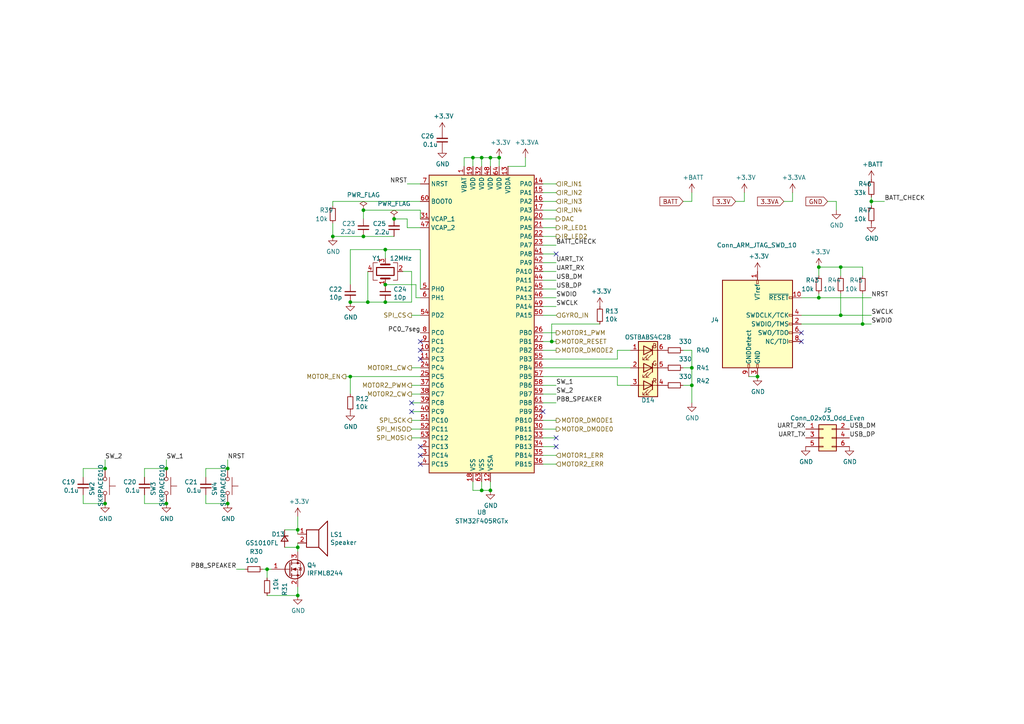
<source format=kicad_sch>
(kicad_sch (version 20211123) (generator eeschema)

  (uuid e687f9ae-0bcb-41d1-9688-b299827c16c6)

  (paper "A4")

  (lib_symbols
    (symbol "Connector:Conn_ARM_JTAG_SWD_10" (pin_names (offset 1.016)) (in_bom yes) (on_board yes)
      (property "Reference" "J" (id 0) (at -2.54 16.51 0)
        (effects (font (size 1.27 1.27)) (justify right))
      )
      (property "Value" "Conn_ARM_JTAG_SWD_10" (id 1) (at -2.54 13.97 0)
        (effects (font (size 1.27 1.27)) (justify right bottom))
      )
      (property "Footprint" "" (id 2) (at 0 0 0)
        (effects (font (size 1.27 1.27)) hide)
      )
      (property "Datasheet" "http://infocenter.arm.com/help/topic/com.arm.doc.ddi0314h/DDI0314H_coresight_components_trm.pdf" (id 3) (at -8.89 -31.75 90)
        (effects (font (size 1.27 1.27)) hide)
      )
      (property "ki_keywords" "Cortex Debug Connector ARM SWD JTAG" (id 4) (at 0 0 0)
        (effects (font (size 1.27 1.27)) hide)
      )
      (property "ki_description" "Cortex Debug Connector, standard ARM Cortex-M SWD and JTAG interface" (id 5) (at 0 0 0)
        (effects (font (size 1.27 1.27)) hide)
      )
      (property "ki_fp_filters" "PinHeader?2x05?P1.27mm*" (id 6) (at 0 0 0)
        (effects (font (size 1.27 1.27)) hide)
      )
      (symbol "Conn_ARM_JTAG_SWD_10_0_1"
        (rectangle (start -10.16 12.7) (end 10.16 -12.7)
          (stroke (width 0.254) (type default) (color 0 0 0 0))
          (fill (type background))
        )
        (rectangle (start -2.794 -12.7) (end -2.286 -11.684)
          (stroke (width 0) (type default) (color 0 0 0 0))
          (fill (type none))
        )
        (rectangle (start -0.254 -12.7) (end 0.254 -11.684)
          (stroke (width 0) (type default) (color 0 0 0 0))
          (fill (type none))
        )
        (rectangle (start -0.254 12.7) (end 0.254 11.684)
          (stroke (width 0) (type default) (color 0 0 0 0))
          (fill (type none))
        )
        (rectangle (start 9.144 2.286) (end 10.16 2.794)
          (stroke (width 0) (type default) (color 0 0 0 0))
          (fill (type none))
        )
        (rectangle (start 10.16 -2.794) (end 9.144 -2.286)
          (stroke (width 0) (type default) (color 0 0 0 0))
          (fill (type none))
        )
        (rectangle (start 10.16 -0.254) (end 9.144 0.254)
          (stroke (width 0) (type default) (color 0 0 0 0))
          (fill (type none))
        )
        (rectangle (start 10.16 7.874) (end 9.144 7.366)
          (stroke (width 0) (type default) (color 0 0 0 0))
          (fill (type none))
        )
      )
      (symbol "Conn_ARM_JTAG_SWD_10_1_1"
        (rectangle (start 9.144 -5.334) (end 10.16 -4.826)
          (stroke (width 0) (type default) (color 0 0 0 0))
          (fill (type none))
        )
        (pin power_in line (at 0 15.24 270) (length 2.54)
          (name "VTref" (effects (font (size 1.27 1.27))))
          (number "1" (effects (font (size 1.27 1.27))))
        )
        (pin open_collector line (at 12.7 7.62 180) (length 2.54)
          (name "~{RESET}" (effects (font (size 1.27 1.27))))
          (number "10" (effects (font (size 1.27 1.27))))
        )
        (pin bidirectional line (at 12.7 0 180) (length 2.54)
          (name "SWDIO/TMS" (effects (font (size 1.27 1.27))))
          (number "2" (effects (font (size 1.27 1.27))))
        )
        (pin power_in line (at 0 -15.24 90) (length 2.54)
          (name "GND" (effects (font (size 1.27 1.27))))
          (number "3" (effects (font (size 1.27 1.27))))
        )
        (pin output line (at 12.7 2.54 180) (length 2.54)
          (name "SWDCLK/TCK" (effects (font (size 1.27 1.27))))
          (number "4" (effects (font (size 1.27 1.27))))
        )
        (pin passive line (at 0 -15.24 90) (length 2.54) hide
          (name "GND" (effects (font (size 1.27 1.27))))
          (number "5" (effects (font (size 1.27 1.27))))
        )
        (pin input line (at 12.7 -2.54 180) (length 2.54)
          (name "SWO/TDO" (effects (font (size 1.27 1.27))))
          (number "6" (effects (font (size 1.27 1.27))))
        )
        (pin no_connect line (at -10.16 0 0) (length 2.54) hide
          (name "KEY" (effects (font (size 1.27 1.27))))
          (number "7" (effects (font (size 1.27 1.27))))
        )
        (pin output line (at 12.7 -5.08 180) (length 2.54)
          (name "NC/TDI" (effects (font (size 1.27 1.27))))
          (number "8" (effects (font (size 1.27 1.27))))
        )
        (pin passive line (at -2.54 -15.24 90) (length 2.54)
          (name "GNDDetect" (effects (font (size 1.27 1.27))))
          (number "9" (effects (font (size 1.27 1.27))))
        )
      )
    )
    (symbol "Connector_Generic:Conn_02x03_Odd_Even" (pin_names (offset 1.016) hide) (in_bom yes) (on_board yes)
      (property "Reference" "J" (id 0) (at 1.27 5.08 0)
        (effects (font (size 1.27 1.27)))
      )
      (property "Value" "Conn_02x03_Odd_Even" (id 1) (at 1.27 -5.08 0)
        (effects (font (size 1.27 1.27)))
      )
      (property "Footprint" "" (id 2) (at 0 0 0)
        (effects (font (size 1.27 1.27)) hide)
      )
      (property "Datasheet" "~" (id 3) (at 0 0 0)
        (effects (font (size 1.27 1.27)) hide)
      )
      (property "ki_keywords" "connector" (id 4) (at 0 0 0)
        (effects (font (size 1.27 1.27)) hide)
      )
      (property "ki_description" "Generic connector, double row, 02x03, odd/even pin numbering scheme (row 1 odd numbers, row 2 even numbers), script generated (kicad-library-utils/schlib/autogen/connector/)" (id 5) (at 0 0 0)
        (effects (font (size 1.27 1.27)) hide)
      )
      (property "ki_fp_filters" "Connector*:*_2x??_*" (id 6) (at 0 0 0)
        (effects (font (size 1.27 1.27)) hide)
      )
      (symbol "Conn_02x03_Odd_Even_1_1"
        (rectangle (start -1.27 -2.413) (end 0 -2.667)
          (stroke (width 0.1524) (type default) (color 0 0 0 0))
          (fill (type none))
        )
        (rectangle (start -1.27 0.127) (end 0 -0.127)
          (stroke (width 0.1524) (type default) (color 0 0 0 0))
          (fill (type none))
        )
        (rectangle (start -1.27 2.667) (end 0 2.413)
          (stroke (width 0.1524) (type default) (color 0 0 0 0))
          (fill (type none))
        )
        (rectangle (start -1.27 3.81) (end 3.81 -3.81)
          (stroke (width 0.254) (type default) (color 0 0 0 0))
          (fill (type background))
        )
        (rectangle (start 3.81 -2.413) (end 2.54 -2.667)
          (stroke (width 0.1524) (type default) (color 0 0 0 0))
          (fill (type none))
        )
        (rectangle (start 3.81 0.127) (end 2.54 -0.127)
          (stroke (width 0.1524) (type default) (color 0 0 0 0))
          (fill (type none))
        )
        (rectangle (start 3.81 2.667) (end 2.54 2.413)
          (stroke (width 0.1524) (type default) (color 0 0 0 0))
          (fill (type none))
        )
        (pin passive line (at -5.08 2.54 0) (length 3.81)
          (name "Pin_1" (effects (font (size 1.27 1.27))))
          (number "1" (effects (font (size 1.27 1.27))))
        )
        (pin passive line (at 7.62 2.54 180) (length 3.81)
          (name "Pin_2" (effects (font (size 1.27 1.27))))
          (number "2" (effects (font (size 1.27 1.27))))
        )
        (pin passive line (at -5.08 0 0) (length 3.81)
          (name "Pin_3" (effects (font (size 1.27 1.27))))
          (number "3" (effects (font (size 1.27 1.27))))
        )
        (pin passive line (at 7.62 0 180) (length 3.81)
          (name "Pin_4" (effects (font (size 1.27 1.27))))
          (number "4" (effects (font (size 1.27 1.27))))
        )
        (pin passive line (at -5.08 -2.54 0) (length 3.81)
          (name "Pin_5" (effects (font (size 1.27 1.27))))
          (number "5" (effects (font (size 1.27 1.27))))
        )
        (pin passive line (at 7.62 -2.54 180) (length 3.81)
          (name "Pin_6" (effects (font (size 1.27 1.27))))
          (number "6" (effects (font (size 1.27 1.27))))
        )
      )
    )
    (symbol "Device:C_Small" (pin_numbers hide) (pin_names (offset 0.254) hide) (in_bom yes) (on_board yes)
      (property "Reference" "C" (id 0) (at 0.254 1.778 0)
        (effects (font (size 1.27 1.27)) (justify left))
      )
      (property "Value" "C_Small" (id 1) (at 0.254 -2.032 0)
        (effects (font (size 1.27 1.27)) (justify left))
      )
      (property "Footprint" "" (id 2) (at 0 0 0)
        (effects (font (size 1.27 1.27)) hide)
      )
      (property "Datasheet" "~" (id 3) (at 0 0 0)
        (effects (font (size 1.27 1.27)) hide)
      )
      (property "ki_keywords" "capacitor cap" (id 4) (at 0 0 0)
        (effects (font (size 1.27 1.27)) hide)
      )
      (property "ki_description" "Unpolarized capacitor, small symbol" (id 5) (at 0 0 0)
        (effects (font (size 1.27 1.27)) hide)
      )
      (property "ki_fp_filters" "C_*" (id 6) (at 0 0 0)
        (effects (font (size 1.27 1.27)) hide)
      )
      (symbol "C_Small_0_1"
        (polyline
          (pts
            (xy -1.524 -0.508)
            (xy 1.524 -0.508)
          )
          (stroke (width 0.3302) (type default) (color 0 0 0 0))
          (fill (type none))
        )
        (polyline
          (pts
            (xy -1.524 0.508)
            (xy 1.524 0.508)
          )
          (stroke (width 0.3048) (type default) (color 0 0 0 0))
          (fill (type none))
        )
      )
      (symbol "C_Small_1_1"
        (pin passive line (at 0 2.54 270) (length 2.032)
          (name "~" (effects (font (size 1.27 1.27))))
          (number "1" (effects (font (size 1.27 1.27))))
        )
        (pin passive line (at 0 -2.54 90) (length 2.032)
          (name "~" (effects (font (size 1.27 1.27))))
          (number "2" (effects (font (size 1.27 1.27))))
        )
      )
    )
    (symbol "Device:Crystal_GND24" (pin_names (offset 1.016) hide) (in_bom yes) (on_board yes)
      (property "Reference" "Y" (id 0) (at 3.175 5.08 0)
        (effects (font (size 1.27 1.27)) (justify left))
      )
      (property "Value" "Crystal_GND24" (id 1) (at 3.175 3.175 0)
        (effects (font (size 1.27 1.27)) (justify left))
      )
      (property "Footprint" "" (id 2) (at 0 0 0)
        (effects (font (size 1.27 1.27)) hide)
      )
      (property "Datasheet" "~" (id 3) (at 0 0 0)
        (effects (font (size 1.27 1.27)) hide)
      )
      (property "ki_keywords" "quartz ceramic resonator oscillator" (id 4) (at 0 0 0)
        (effects (font (size 1.27 1.27)) hide)
      )
      (property "ki_description" "Four pin crystal, GND on pins 2 and 4" (id 5) (at 0 0 0)
        (effects (font (size 1.27 1.27)) hide)
      )
      (property "ki_fp_filters" "Crystal*" (id 6) (at 0 0 0)
        (effects (font (size 1.27 1.27)) hide)
      )
      (symbol "Crystal_GND24_0_1"
        (rectangle (start -1.143 2.54) (end 1.143 -2.54)
          (stroke (width 0.3048) (type default) (color 0 0 0 0))
          (fill (type none))
        )
        (polyline
          (pts
            (xy -2.54 0)
            (xy -2.032 0)
          )
          (stroke (width 0) (type default) (color 0 0 0 0))
          (fill (type none))
        )
        (polyline
          (pts
            (xy -2.032 -1.27)
            (xy -2.032 1.27)
          )
          (stroke (width 0.508) (type default) (color 0 0 0 0))
          (fill (type none))
        )
        (polyline
          (pts
            (xy 0 -3.81)
            (xy 0 -3.556)
          )
          (stroke (width 0) (type default) (color 0 0 0 0))
          (fill (type none))
        )
        (polyline
          (pts
            (xy 0 3.556)
            (xy 0 3.81)
          )
          (stroke (width 0) (type default) (color 0 0 0 0))
          (fill (type none))
        )
        (polyline
          (pts
            (xy 2.032 -1.27)
            (xy 2.032 1.27)
          )
          (stroke (width 0.508) (type default) (color 0 0 0 0))
          (fill (type none))
        )
        (polyline
          (pts
            (xy 2.032 0)
            (xy 2.54 0)
          )
          (stroke (width 0) (type default) (color 0 0 0 0))
          (fill (type none))
        )
        (polyline
          (pts
            (xy -2.54 -2.286)
            (xy -2.54 -3.556)
            (xy 2.54 -3.556)
            (xy 2.54 -2.286)
          )
          (stroke (width 0) (type default) (color 0 0 0 0))
          (fill (type none))
        )
        (polyline
          (pts
            (xy -2.54 2.286)
            (xy -2.54 3.556)
            (xy 2.54 3.556)
            (xy 2.54 2.286)
          )
          (stroke (width 0) (type default) (color 0 0 0 0))
          (fill (type none))
        )
      )
      (symbol "Crystal_GND24_1_1"
        (pin passive line (at -3.81 0 0) (length 1.27)
          (name "1" (effects (font (size 1.27 1.27))))
          (number "1" (effects (font (size 1.27 1.27))))
        )
        (pin passive line (at 0 5.08 270) (length 1.27)
          (name "2" (effects (font (size 1.27 1.27))))
          (number "2" (effects (font (size 1.27 1.27))))
        )
        (pin passive line (at 3.81 0 180) (length 1.27)
          (name "3" (effects (font (size 1.27 1.27))))
          (number "3" (effects (font (size 1.27 1.27))))
        )
        (pin passive line (at 0 -5.08 90) (length 1.27)
          (name "4" (effects (font (size 1.27 1.27))))
          (number "4" (effects (font (size 1.27 1.27))))
        )
      )
    )
    (symbol "Device:D_Small" (pin_numbers hide) (pin_names (offset 0.254) hide) (in_bom yes) (on_board yes)
      (property "Reference" "D" (id 0) (at -1.27 2.032 0)
        (effects (font (size 1.27 1.27)) (justify left))
      )
      (property "Value" "D_Small" (id 1) (at -3.81 -2.032 0)
        (effects (font (size 1.27 1.27)) (justify left))
      )
      (property "Footprint" "" (id 2) (at 0 0 90)
        (effects (font (size 1.27 1.27)) hide)
      )
      (property "Datasheet" "~" (id 3) (at 0 0 90)
        (effects (font (size 1.27 1.27)) hide)
      )
      (property "ki_keywords" "diode" (id 4) (at 0 0 0)
        (effects (font (size 1.27 1.27)) hide)
      )
      (property "ki_description" "Diode, small symbol" (id 5) (at 0 0 0)
        (effects (font (size 1.27 1.27)) hide)
      )
      (property "ki_fp_filters" "TO-???* *_Diode_* *SingleDiode* D_*" (id 6) (at 0 0 0)
        (effects (font (size 1.27 1.27)) hide)
      )
      (symbol "D_Small_0_1"
        (polyline
          (pts
            (xy -0.762 -1.016)
            (xy -0.762 1.016)
          )
          (stroke (width 0.254) (type default) (color 0 0 0 0))
          (fill (type none))
        )
        (polyline
          (pts
            (xy -0.762 0)
            (xy 0.762 0)
          )
          (stroke (width 0) (type default) (color 0 0 0 0))
          (fill (type none))
        )
        (polyline
          (pts
            (xy 0.762 -1.016)
            (xy -0.762 0)
            (xy 0.762 1.016)
            (xy 0.762 -1.016)
          )
          (stroke (width 0.254) (type default) (color 0 0 0 0))
          (fill (type none))
        )
      )
      (symbol "D_Small_1_1"
        (pin passive line (at -2.54 0 0) (length 1.778)
          (name "K" (effects (font (size 1.27 1.27))))
          (number "1" (effects (font (size 1.27 1.27))))
        )
        (pin passive line (at 2.54 0 180) (length 1.778)
          (name "A" (effects (font (size 1.27 1.27))))
          (number "2" (effects (font (size 1.27 1.27))))
        )
      )
    )
    (symbol "Device:Q_NMOS_GSD" (pin_names (offset 0) hide) (in_bom yes) (on_board yes)
      (property "Reference" "Q" (id 0) (at 5.08 1.27 0)
        (effects (font (size 1.27 1.27)) (justify left))
      )
      (property "Value" "Q_NMOS_GSD" (id 1) (at 5.08 -1.27 0)
        (effects (font (size 1.27 1.27)) (justify left))
      )
      (property "Footprint" "" (id 2) (at 5.08 2.54 0)
        (effects (font (size 1.27 1.27)) hide)
      )
      (property "Datasheet" "~" (id 3) (at 0 0 0)
        (effects (font (size 1.27 1.27)) hide)
      )
      (property "ki_keywords" "transistor NMOS N-MOS N-MOSFET" (id 4) (at 0 0 0)
        (effects (font (size 1.27 1.27)) hide)
      )
      (property "ki_description" "N-MOSFET transistor, gate/source/drain" (id 5) (at 0 0 0)
        (effects (font (size 1.27 1.27)) hide)
      )
      (symbol "Q_NMOS_GSD_0_1"
        (polyline
          (pts
            (xy 0.254 0)
            (xy -2.54 0)
          )
          (stroke (width 0) (type default) (color 0 0 0 0))
          (fill (type none))
        )
        (polyline
          (pts
            (xy 0.254 1.905)
            (xy 0.254 -1.905)
          )
          (stroke (width 0.254) (type default) (color 0 0 0 0))
          (fill (type none))
        )
        (polyline
          (pts
            (xy 0.762 -1.27)
            (xy 0.762 -2.286)
          )
          (stroke (width 0.254) (type default) (color 0 0 0 0))
          (fill (type none))
        )
        (polyline
          (pts
            (xy 0.762 0.508)
            (xy 0.762 -0.508)
          )
          (stroke (width 0.254) (type default) (color 0 0 0 0))
          (fill (type none))
        )
        (polyline
          (pts
            (xy 0.762 2.286)
            (xy 0.762 1.27)
          )
          (stroke (width 0.254) (type default) (color 0 0 0 0))
          (fill (type none))
        )
        (polyline
          (pts
            (xy 2.54 2.54)
            (xy 2.54 1.778)
          )
          (stroke (width 0) (type default) (color 0 0 0 0))
          (fill (type none))
        )
        (polyline
          (pts
            (xy 2.54 -2.54)
            (xy 2.54 0)
            (xy 0.762 0)
          )
          (stroke (width 0) (type default) (color 0 0 0 0))
          (fill (type none))
        )
        (polyline
          (pts
            (xy 0.762 -1.778)
            (xy 3.302 -1.778)
            (xy 3.302 1.778)
            (xy 0.762 1.778)
          )
          (stroke (width 0) (type default) (color 0 0 0 0))
          (fill (type none))
        )
        (polyline
          (pts
            (xy 1.016 0)
            (xy 2.032 0.381)
            (xy 2.032 -0.381)
            (xy 1.016 0)
          )
          (stroke (width 0) (type default) (color 0 0 0 0))
          (fill (type outline))
        )
        (polyline
          (pts
            (xy 2.794 0.508)
            (xy 2.921 0.381)
            (xy 3.683 0.381)
            (xy 3.81 0.254)
          )
          (stroke (width 0) (type default) (color 0 0 0 0))
          (fill (type none))
        )
        (polyline
          (pts
            (xy 3.302 0.381)
            (xy 2.921 -0.254)
            (xy 3.683 -0.254)
            (xy 3.302 0.381)
          )
          (stroke (width 0) (type default) (color 0 0 0 0))
          (fill (type none))
        )
        (circle (center 1.651 0) (radius 2.794)
          (stroke (width 0.254) (type default) (color 0 0 0 0))
          (fill (type none))
        )
        (circle (center 2.54 -1.778) (radius 0.254)
          (stroke (width 0) (type default) (color 0 0 0 0))
          (fill (type outline))
        )
        (circle (center 2.54 1.778) (radius 0.254)
          (stroke (width 0) (type default) (color 0 0 0 0))
          (fill (type outline))
        )
      )
      (symbol "Q_NMOS_GSD_1_1"
        (pin input line (at -5.08 0 0) (length 2.54)
          (name "G" (effects (font (size 1.27 1.27))))
          (number "1" (effects (font (size 1.27 1.27))))
        )
        (pin passive line (at 2.54 -5.08 90) (length 2.54)
          (name "S" (effects (font (size 1.27 1.27))))
          (number "2" (effects (font (size 1.27 1.27))))
        )
        (pin passive line (at 2.54 5.08 270) (length 2.54)
          (name "D" (effects (font (size 1.27 1.27))))
          (number "3" (effects (font (size 1.27 1.27))))
        )
      )
    )
    (symbol "Device:R_Small" (pin_numbers hide) (pin_names (offset 0.254) hide) (in_bom yes) (on_board yes)
      (property "Reference" "R" (id 0) (at 0.762 0.508 0)
        (effects (font (size 1.27 1.27)) (justify left))
      )
      (property "Value" "R_Small" (id 1) (at 0.762 -1.016 0)
        (effects (font (size 1.27 1.27)) (justify left))
      )
      (property "Footprint" "" (id 2) (at 0 0 0)
        (effects (font (size 1.27 1.27)) hide)
      )
      (property "Datasheet" "~" (id 3) (at 0 0 0)
        (effects (font (size 1.27 1.27)) hide)
      )
      (property "ki_keywords" "R resistor" (id 4) (at 0 0 0)
        (effects (font (size 1.27 1.27)) hide)
      )
      (property "ki_description" "Resistor, small symbol" (id 5) (at 0 0 0)
        (effects (font (size 1.27 1.27)) hide)
      )
      (property "ki_fp_filters" "R_*" (id 6) (at 0 0 0)
        (effects (font (size 1.27 1.27)) hide)
      )
      (symbol "R_Small_0_1"
        (rectangle (start -0.762 1.778) (end 0.762 -1.778)
          (stroke (width 0.2032) (type default) (color 0 0 0 0))
          (fill (type none))
        )
      )
      (symbol "R_Small_1_1"
        (pin passive line (at 0 2.54 270) (length 0.762)
          (name "~" (effects (font (size 1.27 1.27))))
          (number "1" (effects (font (size 1.27 1.27))))
        )
        (pin passive line (at 0 -2.54 90) (length 0.762)
          (name "~" (effects (font (size 1.27 1.27))))
          (number "2" (effects (font (size 1.27 1.27))))
        )
      )
    )
    (symbol "Device:Speaker" (pin_names (offset 0) hide) (in_bom yes) (on_board yes)
      (property "Reference" "LS" (id 0) (at 1.27 5.715 0)
        (effects (font (size 1.27 1.27)) (justify right))
      )
      (property "Value" "Speaker" (id 1) (at 1.27 3.81 0)
        (effects (font (size 1.27 1.27)) (justify right))
      )
      (property "Footprint" "" (id 2) (at 0 -5.08 0)
        (effects (font (size 1.27 1.27)) hide)
      )
      (property "Datasheet" "~" (id 3) (at -0.254 -1.27 0)
        (effects (font (size 1.27 1.27)) hide)
      )
      (property "ki_keywords" "speaker sound" (id 4) (at 0 0 0)
        (effects (font (size 1.27 1.27)) hide)
      )
      (property "ki_description" "Speaker" (id 5) (at 0 0 0)
        (effects (font (size 1.27 1.27)) hide)
      )
      (symbol "Speaker_0_0"
        (rectangle (start -2.54 1.27) (end 1.016 -3.81)
          (stroke (width 0.254) (type default) (color 0 0 0 0))
          (fill (type none))
        )
        (polyline
          (pts
            (xy 1.016 1.27)
            (xy 3.556 3.81)
            (xy 3.556 -6.35)
            (xy 1.016 -3.81)
          )
          (stroke (width 0.254) (type default) (color 0 0 0 0))
          (fill (type none))
        )
      )
      (symbol "Speaker_1_1"
        (pin input line (at -5.08 0 0) (length 2.54)
          (name "1" (effects (font (size 1.27 1.27))))
          (number "1" (effects (font (size 1.27 1.27))))
        )
        (pin input line (at -5.08 -2.54 0) (length 2.54)
          (name "2" (effects (font (size 1.27 1.27))))
          (number "2" (effects (font (size 1.27 1.27))))
        )
      )
    )
    (symbol "MCU_ST_STM32F4:STM32F405RGTx" (in_bom yes) (on_board yes)
      (property "Reference" "U" (id 0) (at -15.24 44.45 0)
        (effects (font (size 1.27 1.27)) (justify left))
      )
      (property "Value" "STM32F405RGTx" (id 1) (at 10.16 44.45 0)
        (effects (font (size 1.27 1.27)) (justify left))
      )
      (property "Footprint" "Package_QFP:LQFP-64_10x10mm_P0.5mm" (id 2) (at -15.24 -43.18 0)
        (effects (font (size 1.27 1.27)) (justify right) hide)
      )
      (property "Datasheet" "http://www.st.com/st-web-ui/static/active/en/resource/technical/document/datasheet/DM00037051.pdf" (id 3) (at 0 0 0)
        (effects (font (size 1.27 1.27)) hide)
      )
      (property "ki_keywords" "ARM Cortex-M4 STM32F4 STM32F405/415" (id 4) (at 0 0 0)
        (effects (font (size 1.27 1.27)) hide)
      )
      (property "ki_description" "ARM Cortex-M4 MCU, 1024KB flash, 128KB RAM, 168MHz, 1.8-3.6V, 51 GPIO, LQFP-64" (id 5) (at 0 0 0)
        (effects (font (size 1.27 1.27)) hide)
      )
      (property "ki_fp_filters" "LQFP*10x10mm*P0.5mm*" (id 6) (at 0 0 0)
        (effects (font (size 1.27 1.27)) hide)
      )
      (symbol "STM32F405RGTx_0_1"
        (rectangle (start -15.24 -43.18) (end 15.24 43.18)
          (stroke (width 0.254) (type default) (color 0 0 0 0))
          (fill (type background))
        )
      )
      (symbol "STM32F405RGTx_1_1"
        (pin power_in line (at -5.08 45.72 270) (length 2.54)
          (name "VBAT" (effects (font (size 1.27 1.27))))
          (number "1" (effects (font (size 1.27 1.27))))
        )
        (pin bidirectional line (at -17.78 -7.62 0) (length 2.54)
          (name "PC2" (effects (font (size 1.27 1.27))))
          (number "10" (effects (font (size 1.27 1.27))))
        )
        (pin bidirectional line (at -17.78 -10.16 0) (length 2.54)
          (name "PC3" (effects (font (size 1.27 1.27))))
          (number "11" (effects (font (size 1.27 1.27))))
        )
        (pin power_in line (at 2.54 -45.72 90) (length 2.54)
          (name "VSSA" (effects (font (size 1.27 1.27))))
          (number "12" (effects (font (size 1.27 1.27))))
        )
        (pin power_in line (at 7.62 45.72 270) (length 2.54)
          (name "VDDA" (effects (font (size 1.27 1.27))))
          (number "13" (effects (font (size 1.27 1.27))))
        )
        (pin bidirectional line (at 17.78 40.64 180) (length 2.54)
          (name "PA0" (effects (font (size 1.27 1.27))))
          (number "14" (effects (font (size 1.27 1.27))))
        )
        (pin bidirectional line (at 17.78 38.1 180) (length 2.54)
          (name "PA1" (effects (font (size 1.27 1.27))))
          (number "15" (effects (font (size 1.27 1.27))))
        )
        (pin bidirectional line (at 17.78 35.56 180) (length 2.54)
          (name "PA2" (effects (font (size 1.27 1.27))))
          (number "16" (effects (font (size 1.27 1.27))))
        )
        (pin bidirectional line (at 17.78 33.02 180) (length 2.54)
          (name "PA3" (effects (font (size 1.27 1.27))))
          (number "17" (effects (font (size 1.27 1.27))))
        )
        (pin power_in line (at -2.54 -45.72 90) (length 2.54)
          (name "VSS" (effects (font (size 1.27 1.27))))
          (number "18" (effects (font (size 1.27 1.27))))
        )
        (pin power_in line (at -2.54 45.72 270) (length 2.54)
          (name "VDD" (effects (font (size 1.27 1.27))))
          (number "19" (effects (font (size 1.27 1.27))))
        )
        (pin bidirectional line (at -17.78 -35.56 0) (length 2.54)
          (name "PC13" (effects (font (size 1.27 1.27))))
          (number "2" (effects (font (size 1.27 1.27))))
        )
        (pin bidirectional line (at 17.78 30.48 180) (length 2.54)
          (name "PA4" (effects (font (size 1.27 1.27))))
          (number "20" (effects (font (size 1.27 1.27))))
        )
        (pin bidirectional line (at 17.78 27.94 180) (length 2.54)
          (name "PA5" (effects (font (size 1.27 1.27))))
          (number "21" (effects (font (size 1.27 1.27))))
        )
        (pin bidirectional line (at 17.78 25.4 180) (length 2.54)
          (name "PA6" (effects (font (size 1.27 1.27))))
          (number "22" (effects (font (size 1.27 1.27))))
        )
        (pin bidirectional line (at 17.78 22.86 180) (length 2.54)
          (name "PA7" (effects (font (size 1.27 1.27))))
          (number "23" (effects (font (size 1.27 1.27))))
        )
        (pin bidirectional line (at -17.78 -12.7 0) (length 2.54)
          (name "PC4" (effects (font (size 1.27 1.27))))
          (number "24" (effects (font (size 1.27 1.27))))
        )
        (pin bidirectional line (at -17.78 -15.24 0) (length 2.54)
          (name "PC5" (effects (font (size 1.27 1.27))))
          (number "25" (effects (font (size 1.27 1.27))))
        )
        (pin bidirectional line (at 17.78 -2.54 180) (length 2.54)
          (name "PB0" (effects (font (size 1.27 1.27))))
          (number "26" (effects (font (size 1.27 1.27))))
        )
        (pin bidirectional line (at 17.78 -5.08 180) (length 2.54)
          (name "PB1" (effects (font (size 1.27 1.27))))
          (number "27" (effects (font (size 1.27 1.27))))
        )
        (pin bidirectional line (at 17.78 -7.62 180) (length 2.54)
          (name "PB2" (effects (font (size 1.27 1.27))))
          (number "28" (effects (font (size 1.27 1.27))))
        )
        (pin bidirectional line (at 17.78 -27.94 180) (length 2.54)
          (name "PB10" (effects (font (size 1.27 1.27))))
          (number "29" (effects (font (size 1.27 1.27))))
        )
        (pin bidirectional line (at -17.78 -38.1 0) (length 2.54)
          (name "PC14" (effects (font (size 1.27 1.27))))
          (number "3" (effects (font (size 1.27 1.27))))
        )
        (pin bidirectional line (at 17.78 -30.48 180) (length 2.54)
          (name "PB11" (effects (font (size 1.27 1.27))))
          (number "30" (effects (font (size 1.27 1.27))))
        )
        (pin power_in line (at -17.78 30.48 0) (length 2.54)
          (name "VCAP_1" (effects (font (size 1.27 1.27))))
          (number "31" (effects (font (size 1.27 1.27))))
        )
        (pin power_in line (at 0 45.72 270) (length 2.54)
          (name "VDD" (effects (font (size 1.27 1.27))))
          (number "32" (effects (font (size 1.27 1.27))))
        )
        (pin bidirectional line (at 17.78 -33.02 180) (length 2.54)
          (name "PB12" (effects (font (size 1.27 1.27))))
          (number "33" (effects (font (size 1.27 1.27))))
        )
        (pin bidirectional line (at 17.78 -35.56 180) (length 2.54)
          (name "PB13" (effects (font (size 1.27 1.27))))
          (number "34" (effects (font (size 1.27 1.27))))
        )
        (pin bidirectional line (at 17.78 -38.1 180) (length 2.54)
          (name "PB14" (effects (font (size 1.27 1.27))))
          (number "35" (effects (font (size 1.27 1.27))))
        )
        (pin bidirectional line (at 17.78 -40.64 180) (length 2.54)
          (name "PB15" (effects (font (size 1.27 1.27))))
          (number "36" (effects (font (size 1.27 1.27))))
        )
        (pin bidirectional line (at -17.78 -17.78 0) (length 2.54)
          (name "PC6" (effects (font (size 1.27 1.27))))
          (number "37" (effects (font (size 1.27 1.27))))
        )
        (pin bidirectional line (at -17.78 -20.32 0) (length 2.54)
          (name "PC7" (effects (font (size 1.27 1.27))))
          (number "38" (effects (font (size 1.27 1.27))))
        )
        (pin bidirectional line (at -17.78 -22.86 0) (length 2.54)
          (name "PC8" (effects (font (size 1.27 1.27))))
          (number "39" (effects (font (size 1.27 1.27))))
        )
        (pin bidirectional line (at -17.78 -40.64 0) (length 2.54)
          (name "PC15" (effects (font (size 1.27 1.27))))
          (number "4" (effects (font (size 1.27 1.27))))
        )
        (pin bidirectional line (at -17.78 -25.4 0) (length 2.54)
          (name "PC9" (effects (font (size 1.27 1.27))))
          (number "40" (effects (font (size 1.27 1.27))))
        )
        (pin bidirectional line (at 17.78 20.32 180) (length 2.54)
          (name "PA8" (effects (font (size 1.27 1.27))))
          (number "41" (effects (font (size 1.27 1.27))))
        )
        (pin bidirectional line (at 17.78 17.78 180) (length 2.54)
          (name "PA9" (effects (font (size 1.27 1.27))))
          (number "42" (effects (font (size 1.27 1.27))))
        )
        (pin bidirectional line (at 17.78 15.24 180) (length 2.54)
          (name "PA10" (effects (font (size 1.27 1.27))))
          (number "43" (effects (font (size 1.27 1.27))))
        )
        (pin bidirectional line (at 17.78 12.7 180) (length 2.54)
          (name "PA11" (effects (font (size 1.27 1.27))))
          (number "44" (effects (font (size 1.27 1.27))))
        )
        (pin bidirectional line (at 17.78 10.16 180) (length 2.54)
          (name "PA12" (effects (font (size 1.27 1.27))))
          (number "45" (effects (font (size 1.27 1.27))))
        )
        (pin bidirectional line (at 17.78 7.62 180) (length 2.54)
          (name "PA13" (effects (font (size 1.27 1.27))))
          (number "46" (effects (font (size 1.27 1.27))))
        )
        (pin power_in line (at -17.78 27.94 0) (length 2.54)
          (name "VCAP_2" (effects (font (size 1.27 1.27))))
          (number "47" (effects (font (size 1.27 1.27))))
        )
        (pin power_in line (at 2.54 45.72 270) (length 2.54)
          (name "VDD" (effects (font (size 1.27 1.27))))
          (number "48" (effects (font (size 1.27 1.27))))
        )
        (pin bidirectional line (at 17.78 5.08 180) (length 2.54)
          (name "PA14" (effects (font (size 1.27 1.27))))
          (number "49" (effects (font (size 1.27 1.27))))
        )
        (pin input line (at -17.78 10.16 0) (length 2.54)
          (name "PH0" (effects (font (size 1.27 1.27))))
          (number "5" (effects (font (size 1.27 1.27))))
        )
        (pin bidirectional line (at 17.78 2.54 180) (length 2.54)
          (name "PA15" (effects (font (size 1.27 1.27))))
          (number "50" (effects (font (size 1.27 1.27))))
        )
        (pin bidirectional line (at -17.78 -27.94 0) (length 2.54)
          (name "PC10" (effects (font (size 1.27 1.27))))
          (number "51" (effects (font (size 1.27 1.27))))
        )
        (pin bidirectional line (at -17.78 -30.48 0) (length 2.54)
          (name "PC11" (effects (font (size 1.27 1.27))))
          (number "52" (effects (font (size 1.27 1.27))))
        )
        (pin bidirectional line (at -17.78 -33.02 0) (length 2.54)
          (name "PC12" (effects (font (size 1.27 1.27))))
          (number "53" (effects (font (size 1.27 1.27))))
        )
        (pin bidirectional line (at -17.78 2.54 0) (length 2.54)
          (name "PD2" (effects (font (size 1.27 1.27))))
          (number "54" (effects (font (size 1.27 1.27))))
        )
        (pin bidirectional line (at 17.78 -10.16 180) (length 2.54)
          (name "PB3" (effects (font (size 1.27 1.27))))
          (number "55" (effects (font (size 1.27 1.27))))
        )
        (pin bidirectional line (at 17.78 -12.7 180) (length 2.54)
          (name "PB4" (effects (font (size 1.27 1.27))))
          (number "56" (effects (font (size 1.27 1.27))))
        )
        (pin bidirectional line (at 17.78 -15.24 180) (length 2.54)
          (name "PB5" (effects (font (size 1.27 1.27))))
          (number "57" (effects (font (size 1.27 1.27))))
        )
        (pin bidirectional line (at 17.78 -17.78 180) (length 2.54)
          (name "PB6" (effects (font (size 1.27 1.27))))
          (number "58" (effects (font (size 1.27 1.27))))
        )
        (pin bidirectional line (at 17.78 -20.32 180) (length 2.54)
          (name "PB7" (effects (font (size 1.27 1.27))))
          (number "59" (effects (font (size 1.27 1.27))))
        )
        (pin input line (at -17.78 7.62 0) (length 2.54)
          (name "PH1" (effects (font (size 1.27 1.27))))
          (number "6" (effects (font (size 1.27 1.27))))
        )
        (pin input line (at -17.78 35.56 0) (length 2.54)
          (name "BOOT0" (effects (font (size 1.27 1.27))))
          (number "60" (effects (font (size 1.27 1.27))))
        )
        (pin bidirectional line (at 17.78 -22.86 180) (length 2.54)
          (name "PB8" (effects (font (size 1.27 1.27))))
          (number "61" (effects (font (size 1.27 1.27))))
        )
        (pin bidirectional line (at 17.78 -25.4 180) (length 2.54)
          (name "PB9" (effects (font (size 1.27 1.27))))
          (number "62" (effects (font (size 1.27 1.27))))
        )
        (pin power_in line (at 0 -45.72 90) (length 2.54)
          (name "VSS" (effects (font (size 1.27 1.27))))
          (number "63" (effects (font (size 1.27 1.27))))
        )
        (pin power_in line (at 5.08 45.72 270) (length 2.54)
          (name "VDD" (effects (font (size 1.27 1.27))))
          (number "64" (effects (font (size 1.27 1.27))))
        )
        (pin input line (at -17.78 40.64 0) (length 2.54)
          (name "NRST" (effects (font (size 1.27 1.27))))
          (number "7" (effects (font (size 1.27 1.27))))
        )
        (pin bidirectional line (at -17.78 -2.54 0) (length 2.54)
          (name "PC0" (effects (font (size 1.27 1.27))))
          (number "8" (effects (font (size 1.27 1.27))))
        )
        (pin bidirectional line (at -17.78 -5.08 0) (length 2.54)
          (name "PC1" (effects (font (size 1.27 1.27))))
          (number "9" (effects (font (size 1.27 1.27))))
        )
      )
    )
    (symbol "MicroNaos:OSTBABS4C2B" (pin_names (offset 0) hide) (in_bom yes) (on_board yes)
      (property "Reference" "D" (id 0) (at 0 9.398 0)
        (effects (font (size 1.27 1.27)))
      )
      (property "Value" "OSTBABS4C2B" (id 1) (at 0 -8.89 0)
        (effects (font (size 1.27 1.27)))
      )
      (property "Footprint" "" (id 2) (at 0 -1.27 0)
        (effects (font (size 1.27 1.27)) hide)
      )
      (property "Datasheet" "~" (id 3) (at 0 -1.27 0)
        (effects (font (size 1.27 1.27)) hide)
      )
      (property "ki_keywords" "LED RGB diode" (id 4) (at 0 0 0)
        (effects (font (size 1.27 1.27)) hide)
      )
      (property "ki_description" "RGB LED, 6 pin package" (id 5) (at 0 0 0)
        (effects (font (size 1.27 1.27)) hide)
      )
      (property "ki_fp_filters" "LED* LED_SMD:* LED_THT:*" (id 6) (at 0 0 0)
        (effects (font (size 1.27 1.27)) hide)
      )
      (symbol "OSTBABS4C2B_0_0"
        (text "B" (at -1.905 -6.35 0)
          (effects (font (size 1.27 1.27)))
        )
        (text "G" (at -1.905 -1.27 0)
          (effects (font (size 1.27 1.27)))
        )
        (text "R" (at -1.905 3.81 0)
          (effects (font (size 1.27 1.27)))
        )
      )
      (symbol "OSTBABS4C2B_0_1"
        (polyline
          (pts
            (xy -1.27 -5.08)
            (xy -2.54 -5.08)
          )
          (stroke (width 0) (type default) (color 0 0 0 0))
          (fill (type none))
        )
        (polyline
          (pts
            (xy -1.27 -5.08)
            (xy 1.27 -5.08)
          )
          (stroke (width 0) (type default) (color 0 0 0 0))
          (fill (type none))
        )
        (polyline
          (pts
            (xy -1.27 -3.81)
            (xy -1.27 -6.35)
          )
          (stroke (width 0.254) (type default) (color 0 0 0 0))
          (fill (type none))
        )
        (polyline
          (pts
            (xy -1.27 0)
            (xy -2.54 0)
          )
          (stroke (width 0) (type default) (color 0 0 0 0))
          (fill (type none))
        )
        (polyline
          (pts
            (xy -1.27 1.27)
            (xy -1.27 -1.27)
          )
          (stroke (width 0.254) (type default) (color 0 0 0 0))
          (fill (type none))
        )
        (polyline
          (pts
            (xy -1.27 5.08)
            (xy -2.54 5.08)
          )
          (stroke (width 0) (type default) (color 0 0 0 0))
          (fill (type none))
        )
        (polyline
          (pts
            (xy -1.27 5.08)
            (xy 1.27 5.08)
          )
          (stroke (width 0) (type default) (color 0 0 0 0))
          (fill (type none))
        )
        (polyline
          (pts
            (xy -1.27 6.35)
            (xy -1.27 3.81)
          )
          (stroke (width 0.254) (type default) (color 0 0 0 0))
          (fill (type none))
        )
        (polyline
          (pts
            (xy 1.27 -5.08)
            (xy 2.54 -5.08)
          )
          (stroke (width 0) (type default) (color 0 0 0 0))
          (fill (type none))
        )
        (polyline
          (pts
            (xy 1.27 0)
            (xy -1.27 0)
          )
          (stroke (width 0) (type default) (color 0 0 0 0))
          (fill (type none))
        )
        (polyline
          (pts
            (xy 1.27 0)
            (xy 2.54 0)
          )
          (stroke (width 0) (type default) (color 0 0 0 0))
          (fill (type none))
        )
        (polyline
          (pts
            (xy 1.27 5.08)
            (xy 2.54 5.08)
          )
          (stroke (width 0) (type default) (color 0 0 0 0))
          (fill (type none))
        )
        (polyline
          (pts
            (xy -1.27 1.27)
            (xy -1.27 -1.27)
            (xy -1.27 -1.27)
          )
          (stroke (width 0) (type default) (color 0 0 0 0))
          (fill (type none))
        )
        (polyline
          (pts
            (xy -1.27 6.35)
            (xy -1.27 3.81)
            (xy -1.27 3.81)
          )
          (stroke (width 0) (type default) (color 0 0 0 0))
          (fill (type none))
        )
        (polyline
          (pts
            (xy 1.27 -3.81)
            (xy 1.27 -6.35)
            (xy -1.27 -5.08)
            (xy 1.27 -3.81)
          )
          (stroke (width 0.254) (type default) (color 0 0 0 0))
          (fill (type none))
        )
        (polyline
          (pts
            (xy 1.27 1.27)
            (xy 1.27 -1.27)
            (xy -1.27 0)
            (xy 1.27 1.27)
          )
          (stroke (width 0.254) (type default) (color 0 0 0 0))
          (fill (type none))
        )
        (polyline
          (pts
            (xy 1.27 6.35)
            (xy 1.27 3.81)
            (xy -1.27 5.08)
            (xy 1.27 6.35)
          )
          (stroke (width 0.254) (type default) (color 0 0 0 0))
          (fill (type none))
        )
        (polyline
          (pts
            (xy -1.016 -3.81)
            (xy 0.508 -2.286)
            (xy -0.254 -2.286)
            (xy 0.508 -2.286)
            (xy 0.508 -3.048)
          )
          (stroke (width 0) (type default) (color 0 0 0 0))
          (fill (type none))
        )
        (polyline
          (pts
            (xy -1.016 1.27)
            (xy 0.508 2.794)
            (xy -0.254 2.794)
            (xy 0.508 2.794)
            (xy 0.508 2.032)
          )
          (stroke (width 0) (type default) (color 0 0 0 0))
          (fill (type none))
        )
        (polyline
          (pts
            (xy -1.016 6.35)
            (xy 0.508 7.874)
            (xy -0.254 7.874)
            (xy 0.508 7.874)
            (xy 0.508 7.112)
          )
          (stroke (width 0) (type default) (color 0 0 0 0))
          (fill (type none))
        )
        (polyline
          (pts
            (xy 0 -3.81)
            (xy 1.524 -2.286)
            (xy 0.762 -2.286)
            (xy 1.524 -2.286)
            (xy 1.524 -3.048)
          )
          (stroke (width 0) (type default) (color 0 0 0 0))
          (fill (type none))
        )
        (polyline
          (pts
            (xy 0 1.27)
            (xy 1.524 2.794)
            (xy 0.762 2.794)
            (xy 1.524 2.794)
            (xy 1.524 2.032)
          )
          (stroke (width 0) (type default) (color 0 0 0 0))
          (fill (type none))
        )
        (polyline
          (pts
            (xy 0 6.35)
            (xy 1.524 7.874)
            (xy 0.762 7.874)
            (xy 1.524 7.874)
            (xy 1.524 7.112)
          )
          (stroke (width 0) (type default) (color 0 0 0 0))
          (fill (type none))
        )
        (rectangle (start 1.27 -1.27) (end 1.27 1.27)
          (stroke (width 0) (type default) (color 0 0 0 0))
          (fill (type none))
        )
        (rectangle (start 1.27 1.27) (end 1.27 1.27)
          (stroke (width 0) (type default) (color 0 0 0 0))
          (fill (type none))
        )
        (rectangle (start 1.27 3.81) (end 1.27 6.35)
          (stroke (width 0) (type default) (color 0 0 0 0))
          (fill (type none))
        )
        (rectangle (start 1.27 6.35) (end 1.27 6.35)
          (stroke (width 0) (type default) (color 0 0 0 0))
          (fill (type none))
        )
        (rectangle (start 2.794 8.382) (end -2.794 -7.62)
          (stroke (width 0.254) (type default) (color 0 0 0 0))
          (fill (type background))
        )
      )
      (symbol "OSTBABS4C2B_1_1"
        (pin passive line (at 5.08 -5.08 180) (length 2.54)
          (name "BA" (effects (font (size 1.27 1.27))))
          (number "1" (effects (font (size 1.27 1.27))))
        )
        (pin passive line (at 5.08 0 180) (length 2.54)
          (name "GA" (effects (font (size 1.27 1.27))))
          (number "2" (effects (font (size 1.27 1.27))))
        )
        (pin passive line (at 5.08 5.08 180) (length 2.54)
          (name "RA" (effects (font (size 1.27 1.27))))
          (number "3" (effects (font (size 1.27 1.27))))
        )
        (pin passive line (at -5.08 5.08 0) (length 2.54)
          (name "RK" (effects (font (size 1.27 1.27))))
          (number "4" (effects (font (size 1.27 1.27))))
        )
        (pin passive line (at -5.08 0 0) (length 2.54)
          (name "GK" (effects (font (size 1.27 1.27))))
          (number "5" (effects (font (size 1.27 1.27))))
        )
        (pin passive line (at -5.08 -5.08 0) (length 2.54)
          (name "BK" (effects (font (size 1.27 1.27))))
          (number "6" (effects (font (size 1.27 1.27))))
        )
      )
    )
    (symbol "Switch:SW_Push" (pin_numbers hide) (pin_names (offset 1.016) hide) (in_bom yes) (on_board yes)
      (property "Reference" "SW" (id 0) (at 1.27 2.54 0)
        (effects (font (size 1.27 1.27)) (justify left))
      )
      (property "Value" "SW_Push" (id 1) (at 0 -1.524 0)
        (effects (font (size 1.27 1.27)))
      )
      (property "Footprint" "" (id 2) (at 0 5.08 0)
        (effects (font (size 1.27 1.27)) hide)
      )
      (property "Datasheet" "~" (id 3) (at 0 5.08 0)
        (effects (font (size 1.27 1.27)) hide)
      )
      (property "ki_keywords" "switch normally-open pushbutton push-button" (id 4) (at 0 0 0)
        (effects (font (size 1.27 1.27)) hide)
      )
      (property "ki_description" "Push button switch, generic, two pins" (id 5) (at 0 0 0)
        (effects (font (size 1.27 1.27)) hide)
      )
      (symbol "SW_Push_0_1"
        (circle (center -2.032 0) (radius 0.508)
          (stroke (width 0) (type default) (color 0 0 0 0))
          (fill (type none))
        )
        (polyline
          (pts
            (xy 0 1.27)
            (xy 0 3.048)
          )
          (stroke (width 0) (type default) (color 0 0 0 0))
          (fill (type none))
        )
        (polyline
          (pts
            (xy 2.54 1.27)
            (xy -2.54 1.27)
          )
          (stroke (width 0) (type default) (color 0 0 0 0))
          (fill (type none))
        )
        (circle (center 2.032 0) (radius 0.508)
          (stroke (width 0) (type default) (color 0 0 0 0))
          (fill (type none))
        )
        (pin passive line (at -5.08 0 0) (length 2.54)
          (name "1" (effects (font (size 1.27 1.27))))
          (number "1" (effects (font (size 1.27 1.27))))
        )
        (pin passive line (at 5.08 0 180) (length 2.54)
          (name "2" (effects (font (size 1.27 1.27))))
          (number "2" (effects (font (size 1.27 1.27))))
        )
      )
    )
    (symbol "power:+3.3V" (power) (pin_names (offset 0)) (in_bom yes) (on_board yes)
      (property "Reference" "#PWR" (id 0) (at 0 -3.81 0)
        (effects (font (size 1.27 1.27)) hide)
      )
      (property "Value" "+3.3V" (id 1) (at 0 3.556 0)
        (effects (font (size 1.27 1.27)))
      )
      (property "Footprint" "" (id 2) (at 0 0 0)
        (effects (font (size 1.27 1.27)) hide)
      )
      (property "Datasheet" "" (id 3) (at 0 0 0)
        (effects (font (size 1.27 1.27)) hide)
      )
      (property "ki_keywords" "power-flag" (id 4) (at 0 0 0)
        (effects (font (size 1.27 1.27)) hide)
      )
      (property "ki_description" "Power symbol creates a global label with name \"+3.3V\"" (id 5) (at 0 0 0)
        (effects (font (size 1.27 1.27)) hide)
      )
      (symbol "+3.3V_0_1"
        (polyline
          (pts
            (xy -0.762 1.27)
            (xy 0 2.54)
          )
          (stroke (width 0) (type default) (color 0 0 0 0))
          (fill (type none))
        )
        (polyline
          (pts
            (xy 0 0)
            (xy 0 2.54)
          )
          (stroke (width 0) (type default) (color 0 0 0 0))
          (fill (type none))
        )
        (polyline
          (pts
            (xy 0 2.54)
            (xy 0.762 1.27)
          )
          (stroke (width 0) (type default) (color 0 0 0 0))
          (fill (type none))
        )
      )
      (symbol "+3.3V_1_1"
        (pin power_in line (at 0 0 90) (length 0) hide
          (name "+3.3V" (effects (font (size 1.27 1.27))))
          (number "1" (effects (font (size 1.27 1.27))))
        )
      )
    )
    (symbol "power:+3.3VA" (power) (pin_names (offset 0)) (in_bom yes) (on_board yes)
      (property "Reference" "#PWR" (id 0) (at 0 -3.81 0)
        (effects (font (size 1.27 1.27)) hide)
      )
      (property "Value" "+3.3VA" (id 1) (at 0 3.556 0)
        (effects (font (size 1.27 1.27)))
      )
      (property "Footprint" "" (id 2) (at 0 0 0)
        (effects (font (size 1.27 1.27)) hide)
      )
      (property "Datasheet" "" (id 3) (at 0 0 0)
        (effects (font (size 1.27 1.27)) hide)
      )
      (property "ki_keywords" "power-flag" (id 4) (at 0 0 0)
        (effects (font (size 1.27 1.27)) hide)
      )
      (property "ki_description" "Power symbol creates a global label with name \"+3.3VA\"" (id 5) (at 0 0 0)
        (effects (font (size 1.27 1.27)) hide)
      )
      (symbol "+3.3VA_0_1"
        (polyline
          (pts
            (xy -0.762 1.27)
            (xy 0 2.54)
          )
          (stroke (width 0) (type default) (color 0 0 0 0))
          (fill (type none))
        )
        (polyline
          (pts
            (xy 0 0)
            (xy 0 2.54)
          )
          (stroke (width 0) (type default) (color 0 0 0 0))
          (fill (type none))
        )
        (polyline
          (pts
            (xy 0 2.54)
            (xy 0.762 1.27)
          )
          (stroke (width 0) (type default) (color 0 0 0 0))
          (fill (type none))
        )
      )
      (symbol "+3.3VA_1_1"
        (pin power_in line (at 0 0 90) (length 0) hide
          (name "+3.3VA" (effects (font (size 1.27 1.27))))
          (number "1" (effects (font (size 1.27 1.27))))
        )
      )
    )
    (symbol "power:+BATT" (power) (pin_names (offset 0)) (in_bom yes) (on_board yes)
      (property "Reference" "#PWR" (id 0) (at 0 -3.81 0)
        (effects (font (size 1.27 1.27)) hide)
      )
      (property "Value" "+BATT" (id 1) (at 0 3.556 0)
        (effects (font (size 1.27 1.27)))
      )
      (property "Footprint" "" (id 2) (at 0 0 0)
        (effects (font (size 1.27 1.27)) hide)
      )
      (property "Datasheet" "" (id 3) (at 0 0 0)
        (effects (font (size 1.27 1.27)) hide)
      )
      (property "ki_keywords" "power-flag battery" (id 4) (at 0 0 0)
        (effects (font (size 1.27 1.27)) hide)
      )
      (property "ki_description" "Power symbol creates a global label with name \"+BATT\"" (id 5) (at 0 0 0)
        (effects (font (size 1.27 1.27)) hide)
      )
      (symbol "+BATT_0_1"
        (polyline
          (pts
            (xy -0.762 1.27)
            (xy 0 2.54)
          )
          (stroke (width 0) (type default) (color 0 0 0 0))
          (fill (type none))
        )
        (polyline
          (pts
            (xy 0 0)
            (xy 0 2.54)
          )
          (stroke (width 0) (type default) (color 0 0 0 0))
          (fill (type none))
        )
        (polyline
          (pts
            (xy 0 2.54)
            (xy 0.762 1.27)
          )
          (stroke (width 0) (type default) (color 0 0 0 0))
          (fill (type none))
        )
      )
      (symbol "+BATT_1_1"
        (pin power_in line (at 0 0 90) (length 0) hide
          (name "+BATT" (effects (font (size 1.27 1.27))))
          (number "1" (effects (font (size 1.27 1.27))))
        )
      )
    )
    (symbol "power:GND" (power) (pin_names (offset 0)) (in_bom yes) (on_board yes)
      (property "Reference" "#PWR" (id 0) (at 0 -6.35 0)
        (effects (font (size 1.27 1.27)) hide)
      )
      (property "Value" "GND" (id 1) (at 0 -3.81 0)
        (effects (font (size 1.27 1.27)))
      )
      (property "Footprint" "" (id 2) (at 0 0 0)
        (effects (font (size 1.27 1.27)) hide)
      )
      (property "Datasheet" "" (id 3) (at 0 0 0)
        (effects (font (size 1.27 1.27)) hide)
      )
      (property "ki_keywords" "power-flag" (id 4) (at 0 0 0)
        (effects (font (size 1.27 1.27)) hide)
      )
      (property "ki_description" "Power symbol creates a global label with name \"GND\" , ground" (id 5) (at 0 0 0)
        (effects (font (size 1.27 1.27)) hide)
      )
      (symbol "GND_0_1"
        (polyline
          (pts
            (xy 0 0)
            (xy 0 -1.27)
            (xy 1.27 -1.27)
            (xy 0 -2.54)
            (xy -1.27 -1.27)
            (xy 0 -1.27)
          )
          (stroke (width 0) (type default) (color 0 0 0 0))
          (fill (type none))
        )
      )
      (symbol "GND_1_1"
        (pin power_in line (at 0 0 270) (length 0) hide
          (name "GND" (effects (font (size 1.27 1.27))))
          (number "1" (effects (font (size 1.27 1.27))))
        )
      )
    )
    (symbol "power:PWR_FLAG" (power) (pin_numbers hide) (pin_names (offset 0) hide) (in_bom yes) (on_board yes)
      (property "Reference" "#FLG" (id 0) (at 0 1.905 0)
        (effects (font (size 1.27 1.27)) hide)
      )
      (property "Value" "PWR_FLAG" (id 1) (at 0 3.81 0)
        (effects (font (size 1.27 1.27)))
      )
      (property "Footprint" "" (id 2) (at 0 0 0)
        (effects (font (size 1.27 1.27)) hide)
      )
      (property "Datasheet" "~" (id 3) (at 0 0 0)
        (effects (font (size 1.27 1.27)) hide)
      )
      (property "ki_keywords" "power-flag" (id 4) (at 0 0 0)
        (effects (font (size 1.27 1.27)) hide)
      )
      (property "ki_description" "Special symbol for telling ERC where power comes from" (id 5) (at 0 0 0)
        (effects (font (size 1.27 1.27)) hide)
      )
      (symbol "PWR_FLAG_0_0"
        (pin power_out line (at 0 0 90) (length 0)
          (name "pwr" (effects (font (size 1.27 1.27))))
          (number "1" (effects (font (size 1.27 1.27))))
        )
      )
      (symbol "PWR_FLAG_0_1"
        (polyline
          (pts
            (xy 0 0)
            (xy 0 1.27)
            (xy -1.016 1.905)
            (xy 0 2.54)
            (xy 1.016 1.905)
            (xy 0 1.27)
          )
          (stroke (width 0) (type default) (color 0 0 0 0))
          (fill (type none))
        )
      )
    )
  )

  (junction (at 219.71 109.22) (diameter 0) (color 0 0 0 0)
    (uuid 049301ea-ee1b-4a65-ac92-e22d5d2a5080)
  )
  (junction (at 200.66 111.76) (diameter 0) (color 0 0 0 0)
    (uuid 078d0767-8d02-4446-9df0-983e40e819b3)
  )
  (junction (at 237.49 86.36) (diameter 0) (color 0 0 0 0)
    (uuid 0981bf52-9d4f-4f03-be00-387a166275dc)
  )
  (junction (at 30.48 146.05) (diameter 0) (color 0 0 0 0)
    (uuid 110f3269-5de8-40e0-8430-b935e0e509d1)
  )
  (junction (at 105.41 68.58) (diameter 0) (color 0 0 0 0)
    (uuid 13267583-9b9f-425b-b823-c6802161ff14)
  )
  (junction (at 237.49 77.47) (diameter 0) (color 0 0 0 0)
    (uuid 1a9e86d7-bb6a-42c1-9d08-97892f286c49)
  )
  (junction (at 200.66 106.68) (diameter 0) (color 0 0 0 0)
    (uuid 1b34050c-520e-4ae6-ac31-6fd91f552085)
  )
  (junction (at 48.26 135.89) (diameter 0) (color 0 0 0 0)
    (uuid 1f68635d-ac0e-457c-a356-7e3c754be3ad)
  )
  (junction (at 48.26 146.05) (diameter 0) (color 0 0 0 0)
    (uuid 206cc7be-b8f6-4172-ab04-601fda319fea)
  )
  (junction (at 111.76 87.63) (diameter 0) (color 0 0 0 0)
    (uuid 2a67af1b-e6e2-4170-828d-1375f321eba3)
  )
  (junction (at 111.76 82.55) (diameter 0) (color 0 0 0 0)
    (uuid 3c1a3124-fc05-496c-8930-429c524ef058)
  )
  (junction (at 66.04 135.89) (diameter 0) (color 0 0 0 0)
    (uuid 3e846862-dd06-488c-bfdb-3eeef2ea80ad)
  )
  (junction (at 243.84 91.44) (diameter 0) (color 0 0 0 0)
    (uuid 43122a9f-3ba4-40d8-b98c-601f90a5ebf6)
  )
  (junction (at 66.04 146.05) (diameter 0) (color 0 0 0 0)
    (uuid 464609c5-f86c-4ea9-b0c6-13f1ae20c8f5)
  )
  (junction (at 101.6 87.63) (diameter 0) (color 0 0 0 0)
    (uuid 52a4d031-e005-4ede-b341-41ce641b1af7)
  )
  (junction (at 137.16 45.72) (diameter 0) (color 0 0 0 0)
    (uuid 5800725d-2105-418c-84b0-548e35e1ef78)
  )
  (junction (at 96.52 68.58) (diameter 0) (color 0 0 0 0)
    (uuid 700a46c2-088d-4795-8bc2-21006a30ec64)
  )
  (junction (at 142.24 45.72) (diameter 0) (color 0 0 0 0)
    (uuid 7d654a2f-409b-4f3f-a05c-9fa9f948d9d3)
  )
  (junction (at 111.76 72.39) (diameter 0) (color 0 0 0 0)
    (uuid 82bcf45b-4558-49c9-91db-73b1be4292d0)
  )
  (junction (at 30.48 135.89) (diameter 0) (color 0 0 0 0)
    (uuid 835700ef-e0c0-4020-bc95-f48928ccfd24)
  )
  (junction (at 139.7 142.24) (diameter 0) (color 0 0 0 0)
    (uuid 89758f89-9741-41cf-a50c-3aac7a4bf4d9)
  )
  (junction (at 144.78 45.72) (diameter 0) (color 0 0 0 0)
    (uuid 9a4aef35-eb9c-47ab-943f-3129b357ace6)
  )
  (junction (at 105.41 60.96) (diameter 0) (color 0 0 0 0)
    (uuid 9bd85195-6e6a-497a-953f-6da00bde380f)
  )
  (junction (at 106.68 87.63) (diameter 0) (color 0 0 0 0)
    (uuid ac21169b-dfc3-47a6-b27b-2dff99636eae)
  )
  (junction (at 252.73 58.42) (diameter 0) (color 0 0 0 0)
    (uuid aca9f9f6-24bd-461f-b90b-25f7dfd8fdf6)
  )
  (junction (at 77.47 165.1) (diameter 0) (color 0 0 0 0)
    (uuid b372202b-fc2f-4b8c-b770-bdb715d246d8)
  )
  (junction (at 139.7 45.72) (diameter 0) (color 0 0 0 0)
    (uuid b44428c7-3e47-4349-a5bf-dacd25e7b31e)
  )
  (junction (at 250.19 93.98) (diameter 0) (color 0 0 0 0)
    (uuid b5a9c45a-f3ae-4999-8c5e-afb54803c570)
  )
  (junction (at 243.84 77.47) (diameter 0) (color 0 0 0 0)
    (uuid c2876a14-81ae-42db-93ef-73b054d0989e)
  )
  (junction (at 114.3 63.5) (diameter 0) (color 0 0 0 0)
    (uuid d062d7a4-2bd0-4d91-b765-7445bd932e25)
  )
  (junction (at 86.36 153.67) (diameter 0) (color 0 0 0 0)
    (uuid d18db42d-a5a0-491c-9de4-1da46ca35ef4)
  )
  (junction (at 160.02 99.06) (diameter 0) (color 0 0 0 0)
    (uuid e02bb095-4806-4014-beab-64c05715b7aa)
  )
  (junction (at 101.6 109.22) (diameter 0) (color 0 0 0 0)
    (uuid e21b8ce9-7f27-4458-9de2-3229e62fe1a1)
  )
  (junction (at 142.24 142.24) (diameter 0) (color 0 0 0 0)
    (uuid e6ec46e3-4efb-4ca2-840f-1947e806e73c)
  )
  (junction (at 86.36 172.72) (diameter 0) (color 0 0 0 0)
    (uuid ee7091a9-c4b0-4062-a92c-77829452bf9d)
  )
  (junction (at 86.36 158.75) (diameter 0) (color 0 0 0 0)
    (uuid ff5f7d36-f41c-4ca5-8401-eabac42572dd)
  )

  (no_connect (at 121.92 101.6) (uuid 204cc6d4-f765-45c5-9be8-51aae7af43f5))
  (no_connect (at 157.48 119.38) (uuid 2c454d5c-c7b1-418d-a4cb-18e1841e540f))
  (no_connect (at 121.92 99.06) (uuid 4ea33f13-ac7c-4ea2-accb-2a3223f7e435))
  (no_connect (at 121.92 132.08) (uuid 4fc2f133-2fdd-4041-a4ba-969c1d9a0d22))
  (no_connect (at 121.92 129.54) (uuid 510048e4-7ad6-4f5f-8a70-cfd23d7e1eee))
  (no_connect (at 161.29 73.66) (uuid 88b34461-170a-4c16-9408-655aa9c419cc))
  (no_connect (at 161.29 127) (uuid 8c8d9420-315f-4bd0-b5fa-74dac316b3c2))
  (no_connect (at 119.38 116.84) (uuid 90e70db0-1eaf-4bad-a639-6b4bbab17724))
  (no_connect (at 121.92 134.62) (uuid 9a7a3872-efca-47f7-9b3a-05e600cb6858))
  (no_connect (at 121.92 104.14) (uuid a3b9e339-eb8b-4fa9-bc8a-c0e2bc85933d))
  (no_connect (at 232.41 99.06) (uuid a77baea8-c7c5-44b8-85ef-afed74c3ae49))
  (no_connect (at 119.38 119.38) (uuid add7d04c-259e-492a-b462-7eeb443cdaee))
  (no_connect (at 232.41 96.52) (uuid d1f6afc2-c24a-43d3-a9f7-f2b906d83261))
  (no_connect (at 161.29 129.54) (uuid e7adbf31-a877-49cb-a688-5c945a31f382))

  (wire (pts (xy 137.16 45.72) (xy 134.62 45.72))
    (stroke (width 0) (type default) (color 0 0 0 0))
    (uuid 004946c7-89db-460f-91e9-3921108c4b4c)
  )
  (wire (pts (xy 152.4 48.26) (xy 147.32 48.26))
    (stroke (width 0) (type default) (color 0 0 0 0))
    (uuid 00c71f29-9edd-4328-af41-af9e471bb221)
  )
  (wire (pts (xy 119.38 106.68) (xy 121.92 106.68))
    (stroke (width 0) (type default) (color 0 0 0 0))
    (uuid 00d35d63-9fa7-402c-8db8-e448125c45b5)
  )
  (wire (pts (xy 24.13 138.43) (xy 24.13 135.89))
    (stroke (width 0) (type default) (color 0 0 0 0))
    (uuid 0105004a-d3c9-43ba-9e93-c62db69ea752)
  )
  (wire (pts (xy 157.48 111.76) (xy 161.29 111.76))
    (stroke (width 0) (type default) (color 0 0 0 0))
    (uuid 03aa4487-293a-4417-9f3e-d36c8f00f943)
  )
  (wire (pts (xy 250.19 80.01) (xy 250.19 77.47))
    (stroke (width 0) (type default) (color 0 0 0 0))
    (uuid 06d055f6-7748-4c16-a834-20c19d4f77a1)
  )
  (wire (pts (xy 232.41 91.44) (xy 243.84 91.44))
    (stroke (width 0) (type default) (color 0 0 0 0))
    (uuid 0772a171-e394-4019-b092-0ffb6c06068d)
  )
  (wire (pts (xy 48.26 135.89) (xy 48.26 133.35))
    (stroke (width 0) (type default) (color 0 0 0 0))
    (uuid 0a466175-d15e-4efe-a597-e751721d4a51)
  )
  (wire (pts (xy 157.48 124.46) (xy 161.29 124.46))
    (stroke (width 0) (type default) (color 0 0 0 0))
    (uuid 0cb6f55c-8a87-4773-90b9-b2e2b50cf5c0)
  )
  (wire (pts (xy 134.62 45.72) (xy 134.62 48.26))
    (stroke (width 0) (type default) (color 0 0 0 0))
    (uuid 0d3f8155-bb60-4774-8193-b9da0e0d9f73)
  )
  (wire (pts (xy 157.48 76.2) (xy 161.29 76.2))
    (stroke (width 0) (type default) (color 0 0 0 0))
    (uuid 0d6cffc6-af2f-45d9-a773-6ce1fc26f69c)
  )
  (wire (pts (xy 120.65 82.55) (xy 120.65 86.36))
    (stroke (width 0) (type default) (color 0 0 0 0))
    (uuid 0e881ad7-ea07-4121-811e-7cd09dd0cbde)
  )
  (wire (pts (xy 86.36 153.67) (xy 86.36 154.94))
    (stroke (width 0) (type default) (color 0 0 0 0))
    (uuid 0f3a1e0a-aa58-4316-9dc6-ed9e8c25b3fc)
  )
  (wire (pts (xy 101.6 109.22) (xy 121.92 109.22))
    (stroke (width 0) (type default) (color 0 0 0 0))
    (uuid 108a42e0-d1b8-4728-8ed5-cdf2fd798114)
  )
  (wire (pts (xy 105.41 60.96) (xy 105.41 63.5))
    (stroke (width 0) (type default) (color 0 0 0 0))
    (uuid 10b9bb73-8b13-4264-9cee-85d5cf5f9479)
  )
  (wire (pts (xy 198.12 106.68) (xy 200.66 106.68))
    (stroke (width 0) (type default) (color 0 0 0 0))
    (uuid 13fb41e0-f4f9-4cd7-bb5b-1808e2049e8f)
  )
  (wire (pts (xy 250.19 77.47) (xy 243.84 77.47))
    (stroke (width 0) (type default) (color 0 0 0 0))
    (uuid 17a9adc2-f6dd-4a83-a42f-8934d2f417a0)
  )
  (wire (pts (xy 121.92 60.96) (xy 105.41 60.96))
    (stroke (width 0) (type default) (color 0 0 0 0))
    (uuid 17fd30ec-2a36-4d4c-bed6-4893b4ec9863)
  )
  (wire (pts (xy 157.48 55.88) (xy 161.29 55.88))
    (stroke (width 0) (type default) (color 0 0 0 0))
    (uuid 1a7a9c1e-834a-4f8d-97ad-dee42e198f3c)
  )
  (wire (pts (xy 200.66 111.76) (xy 200.66 116.84))
    (stroke (width 0) (type default) (color 0 0 0 0))
    (uuid 1bdddcbe-9e52-4ede-b1eb-fed6f595c5d3)
  )
  (wire (pts (xy 86.36 149.86) (xy 86.36 153.67))
    (stroke (width 0) (type default) (color 0 0 0 0))
    (uuid 1d22604e-5fb0-4854-9170-7e947e68cad8)
  )
  (wire (pts (xy 77.47 165.1) (xy 78.74 165.1))
    (stroke (width 0) (type default) (color 0 0 0 0))
    (uuid 1e1cb126-c984-42d0-8fd9-65ccdf180f2e)
  )
  (wire (pts (xy 121.92 111.76) (xy 119.38 111.76))
    (stroke (width 0) (type default) (color 0 0 0 0))
    (uuid 1feebbf9-d526-4913-a081-c3aa3a2c4e91)
  )
  (wire (pts (xy 111.76 82.55) (xy 120.65 82.55))
    (stroke (width 0) (type default) (color 0 0 0 0))
    (uuid 201a3d1c-05a1-4b35-987f-14da59ccc52d)
  )
  (wire (pts (xy 198.12 101.6) (xy 200.66 101.6))
    (stroke (width 0) (type default) (color 0 0 0 0))
    (uuid 20419196-6506-476d-a490-4b643a4adf01)
  )
  (wire (pts (xy 96.52 64.77) (xy 96.52 68.58))
    (stroke (width 0) (type default) (color 0 0 0 0))
    (uuid 220f8801-31d9-4e82-9761-394a2073f043)
  )
  (wire (pts (xy 82.55 153.67) (xy 86.36 153.67))
    (stroke (width 0) (type default) (color 0 0 0 0))
    (uuid 22e1b47a-a68c-4a2e-bc04-a37917a5be36)
  )
  (wire (pts (xy 30.48 146.05) (xy 24.13 146.05))
    (stroke (width 0) (type default) (color 0 0 0 0))
    (uuid 22f43441-d78f-4bfc-b473-992bd07462df)
  )
  (wire (pts (xy 250.19 93.98) (xy 252.73 93.98))
    (stroke (width 0) (type default) (color 0 0 0 0))
    (uuid 24140fd2-68a6-4485-ae48-dc891a9c5b57)
  )
  (wire (pts (xy 144.78 45.72) (xy 142.24 45.72))
    (stroke (width 0) (type default) (color 0 0 0 0))
    (uuid 2461949f-fd75-49e0-a65b-f99e748a8446)
  )
  (wire (pts (xy 215.9 58.42) (xy 215.9 55.88))
    (stroke (width 0) (type default) (color 0 0 0 0))
    (uuid 2478ec47-e11c-48dd-883e-6dff286d0502)
  )
  (wire (pts (xy 179.07 101.6) (xy 182.88 101.6))
    (stroke (width 0) (type default) (color 0 0 0 0))
    (uuid 28fd5f0e-b5a2-4c79-bbe1-df96fd7b8862)
  )
  (wire (pts (xy 86.36 172.72) (xy 86.36 170.18))
    (stroke (width 0) (type default) (color 0 0 0 0))
    (uuid 2a906512-8536-41b0-973a-c794681840a2)
  )
  (wire (pts (xy 161.29 71.12) (xy 157.48 71.12))
    (stroke (width 0) (type default) (color 0 0 0 0))
    (uuid 2af2b3f2-e17f-45a5-86d8-145a5d05a42e)
  )
  (wire (pts (xy 119.38 119.38) (xy 121.92 119.38))
    (stroke (width 0) (type default) (color 0 0 0 0))
    (uuid 2b308688-3722-4a4d-9638-9f0ec28ca3b3)
  )
  (wire (pts (xy 137.16 142.24) (xy 139.7 142.24))
    (stroke (width 0) (type default) (color 0 0 0 0))
    (uuid 2da0b5c2-2edc-430d-8cba-06b9af09d85c)
  )
  (wire (pts (xy 157.48 68.58) (xy 161.29 68.58))
    (stroke (width 0) (type default) (color 0 0 0 0))
    (uuid 2f7b3ee4-0978-4f5d-ab6c-c3be25a9d8a6)
  )
  (wire (pts (xy 200.66 106.68) (xy 200.66 111.76))
    (stroke (width 0) (type default) (color 0 0 0 0))
    (uuid 3445e777-e298-4eb0-a419-213d374b0f5e)
  )
  (wire (pts (xy 96.52 58.42) (xy 96.52 59.69))
    (stroke (width 0) (type default) (color 0 0 0 0))
    (uuid 37179f18-a284-4636-b562-29d57ea4e048)
  )
  (wire (pts (xy 160.02 99.06) (xy 161.29 99.06))
    (stroke (width 0) (type default) (color 0 0 0 0))
    (uuid 3802e036-8498-4865-a40d-eeacdc5ea01d)
  )
  (wire (pts (xy 198.12 58.42) (xy 200.66 58.42))
    (stroke (width 0) (type default) (color 0 0 0 0))
    (uuid 384d629a-d58d-498c-a334-48e6bf046d50)
  )
  (wire (pts (xy 41.91 135.89) (xy 48.26 135.89))
    (stroke (width 0) (type default) (color 0 0 0 0))
    (uuid 38ed490c-0853-424a-bf53-c47911391bd0)
  )
  (wire (pts (xy 157.48 58.42) (xy 161.29 58.42))
    (stroke (width 0) (type default) (color 0 0 0 0))
    (uuid 3a00819d-391c-43f9-b827-5b90dd76f1f3)
  )
  (wire (pts (xy 157.48 99.06) (xy 160.02 99.06))
    (stroke (width 0) (type default) (color 0 0 0 0))
    (uuid 3f6f3a5a-a7db-497d-8acc-77c6b11bbacb)
  )
  (wire (pts (xy 157.48 129.54) (xy 161.29 129.54))
    (stroke (width 0) (type default) (color 0 0 0 0))
    (uuid 3fec1859-cb03-4d2e-a4bc-421b1f37d491)
  )
  (wire (pts (xy 137.16 48.26) (xy 137.16 45.72))
    (stroke (width 0) (type default) (color 0 0 0 0))
    (uuid 4123d5fa-2f17-4b3b-961b-b74e94b50a65)
  )
  (wire (pts (xy 118.11 63.5) (xy 114.3 63.5))
    (stroke (width 0) (type default) (color 0 0 0 0))
    (uuid 423cba44-4bb5-46e9-8604-0f7755ac5c43)
  )
  (wire (pts (xy 59.69 135.89) (xy 66.04 135.89))
    (stroke (width 0) (type default) (color 0 0 0 0))
    (uuid 47b28c74-7640-4464-ad32-bc4760f7008e)
  )
  (wire (pts (xy 59.69 138.43) (xy 59.69 135.89))
    (stroke (width 0) (type default) (color 0 0 0 0))
    (uuid 4b11b244-d52e-48e0-aa1f-4a5ca629d0dd)
  )
  (wire (pts (xy 161.29 81.28) (xy 157.48 81.28))
    (stroke (width 0) (type default) (color 0 0 0 0))
    (uuid 4cc6813d-83ce-458c-b26b-ae716205a5f7)
  )
  (wire (pts (xy 232.41 93.98) (xy 250.19 93.98))
    (stroke (width 0) (type default) (color 0 0 0 0))
    (uuid 4e2bf7f3-0a82-4d47-99e7-ea1e99d57614)
  )
  (wire (pts (xy 142.24 45.72) (xy 139.7 45.72))
    (stroke (width 0) (type default) (color 0 0 0 0))
    (uuid 4efc9d0d-9256-4316-88b9-ffc9c0c3fdb5)
  )
  (wire (pts (xy 227.33 58.42) (xy 229.87 58.42))
    (stroke (width 0) (type default) (color 0 0 0 0))
    (uuid 50f9cedc-1185-4150-9649-cf08da7a1b6a)
  )
  (wire (pts (xy 139.7 142.24) (xy 142.24 142.24))
    (stroke (width 0) (type default) (color 0 0 0 0))
    (uuid 53975d15-c414-49d7-9db2-568f9ced35d9)
  )
  (wire (pts (xy 160.02 93.98) (xy 173.99 93.98))
    (stroke (width 0) (type default) (color 0 0 0 0))
    (uuid 548ac29e-2306-4802-bc92-db19011ad45e)
  )
  (wire (pts (xy 66.04 135.89) (xy 66.04 133.35))
    (stroke (width 0) (type default) (color 0 0 0 0))
    (uuid 5701adcf-f7a3-4a24-a2db-a931e3f30943)
  )
  (wire (pts (xy 139.7 48.26) (xy 139.7 45.72))
    (stroke (width 0) (type default) (color 0 0 0 0))
    (uuid 578af2c7-61a3-41b7-abcd-d9a100f2b03d)
  )
  (wire (pts (xy 77.47 172.72) (xy 86.36 172.72))
    (stroke (width 0) (type default) (color 0 0 0 0))
    (uuid 58a14870-aa55-4e78-abd6-9b9035b3cebe)
  )
  (wire (pts (xy 161.29 121.92) (xy 157.48 121.92))
    (stroke (width 0) (type default) (color 0 0 0 0))
    (uuid 5aa7b534-3845-4197-86d5-22916b7d532b)
  )
  (wire (pts (xy 114.3 68.58) (xy 105.41 68.58))
    (stroke (width 0) (type default) (color 0 0 0 0))
    (uuid 5c80e1e1-9106-4cf8-b71f-4846520fe1ec)
  )
  (wire (pts (xy 100.33 109.22) (xy 101.6 109.22))
    (stroke (width 0) (type default) (color 0 0 0 0))
    (uuid 5d2eb55e-7dab-4f75-9547-f9993351703f)
  )
  (wire (pts (xy 86.36 160.02) (xy 86.36 158.75))
    (stroke (width 0) (type default) (color 0 0 0 0))
    (uuid 5ee5c8c8-75be-4bae-94f0-968b7611c5e1)
  )
  (wire (pts (xy 144.78 48.26) (xy 144.78 45.72))
    (stroke (width 0) (type default) (color 0 0 0 0))
    (uuid 5fc1699e-5a85-4580-8278-bd712d733cff)
  )
  (wire (pts (xy 179.07 111.76) (xy 182.88 111.76))
    (stroke (width 0) (type default) (color 0 0 0 0))
    (uuid 60ed7121-7a8c-4acc-b486-3ca390e12182)
  )
  (wire (pts (xy 219.71 109.22) (xy 217.17 109.22))
    (stroke (width 0) (type default) (color 0 0 0 0))
    (uuid 60fa98f5-4c3d-4917-9cf6-7d53a9ffe1dc)
  )
  (wire (pts (xy 119.38 116.84) (xy 121.92 116.84))
    (stroke (width 0) (type default) (color 0 0 0 0))
    (uuid 610e97b0-7243-40ed-8731-4122ca969bca)
  )
  (wire (pts (xy 24.13 146.05) (xy 24.13 143.51))
    (stroke (width 0) (type default) (color 0 0 0 0))
    (uuid 623be949-95ae-4acc-8ed3-4f6f62d27cf0)
  )
  (wire (pts (xy 161.29 73.66) (xy 157.48 73.66))
    (stroke (width 0) (type default) (color 0 0 0 0))
    (uuid 656f4ff5-683f-4b7f-ac6d-ae9f35eb4f2b)
  )
  (wire (pts (xy 237.49 86.36) (xy 252.73 86.36))
    (stroke (width 0) (type default) (color 0 0 0 0))
    (uuid 66d2f313-e3bf-4aee-87fa-07f2fa0cf757)
  )
  (wire (pts (xy 120.65 86.36) (xy 121.92 86.36))
    (stroke (width 0) (type default) (color 0 0 0 0))
    (uuid 67324823-d1b3-40fe-adfe-c9acbb819e05)
  )
  (wire (pts (xy 30.48 135.89) (xy 30.48 133.35))
    (stroke (width 0) (type default) (color 0 0 0 0))
    (uuid 68216629-3bdf-403e-84d1-f38e386d7d00)
  )
  (wire (pts (xy 121.92 58.42) (xy 96.52 58.42))
    (stroke (width 0) (type default) (color 0 0 0 0))
    (uuid 69b021f8-2ab0-4473-9e66-1202f2fa8c0b)
  )
  (wire (pts (xy 101.6 72.39) (xy 101.6 82.55))
    (stroke (width 0) (type default) (color 0 0 0 0))
    (uuid 69cb8cf4-572b-448f-b299-69a87c00dbc7)
  )
  (wire (pts (xy 119.38 114.3) (xy 121.92 114.3))
    (stroke (width 0) (type default) (color 0 0 0 0))
    (uuid 6b6a1b34-5338-4db7-9fa7-5a7237c13963)
  )
  (wire (pts (xy 59.69 146.05) (xy 66.04 146.05))
    (stroke (width 0) (type default) (color 0 0 0 0))
    (uuid 72e3a4a7-021f-42cc-ba67-a7127ff7408d)
  )
  (wire (pts (xy 252.73 58.42) (xy 256.54 58.42))
    (stroke (width 0) (type default) (color 0 0 0 0))
    (uuid 742d4d0e-9d27-4336-baf9-91e240f1aa85)
  )
  (wire (pts (xy 71.12 165.1) (xy 68.58 165.1))
    (stroke (width 0) (type default) (color 0 0 0 0))
    (uuid 74b30d6e-7178-489b-acdc-a41b60de51c1)
  )
  (wire (pts (xy 161.29 91.44) (xy 157.48 91.44))
    (stroke (width 0) (type default) (color 0 0 0 0))
    (uuid 74efe32b-7465-435f-ab41-15fbcee7c3ad)
  )
  (wire (pts (xy 179.07 111.76) (xy 179.07 109.22))
    (stroke (width 0) (type default) (color 0 0 0 0))
    (uuid 7574ffc7-0b64-46cb-9dd2-a1828114085d)
  )
  (wire (pts (xy 157.48 132.08) (xy 161.29 132.08))
    (stroke (width 0) (type default) (color 0 0 0 0))
    (uuid 75992aea-2767-4dd7-821f-90244885f22f)
  )
  (wire (pts (xy 229.87 58.42) (xy 229.87 55.88))
    (stroke (width 0) (type default) (color 0 0 0 0))
    (uuid 797260c2-c2bd-4b79-858c-727c0bebfb9b)
  )
  (wire (pts (xy 24.13 135.89) (xy 30.48 135.89))
    (stroke (width 0) (type default) (color 0 0 0 0))
    (uuid 7e6c5629-e967-4a65-bd77-fa988715bfaf)
  )
  (wire (pts (xy 157.48 109.22) (xy 179.07 109.22))
    (stroke (width 0) (type default) (color 0 0 0 0))
    (uuid 7f6bc79d-7aab-45e3-883d-6cc87e6309f2)
  )
  (wire (pts (xy 240.03 58.42) (xy 242.57 58.42))
    (stroke (width 0) (type default) (color 0 0 0 0))
    (uuid 804cafa9-27de-4d0e-ab50-96a2f20a6bf8)
  )
  (wire (pts (xy 119.38 124.46) (xy 121.92 124.46))
    (stroke (width 0) (type default) (color 0 0 0 0))
    (uuid 80bfe45c-4277-4aa9-8215-e3e07ab907dc)
  )
  (wire (pts (xy 139.7 45.72) (xy 137.16 45.72))
    (stroke (width 0) (type default) (color 0 0 0 0))
    (uuid 860c8c51-e5c5-4242-978b-74956403050b)
  )
  (wire (pts (xy 213.36 58.42) (xy 215.9 58.42))
    (stroke (width 0) (type default) (color 0 0 0 0))
    (uuid 871e248d-fd13-49e3-8fe5-78bff788013c)
  )
  (wire (pts (xy 157.48 66.04) (xy 161.29 66.04))
    (stroke (width 0) (type default) (color 0 0 0 0))
    (uuid 89e2e590-167d-453a-80b7-304c4376dcb1)
  )
  (wire (pts (xy 157.48 116.84) (xy 161.29 116.84))
    (stroke (width 0) (type default) (color 0 0 0 0))
    (uuid 8dc330b3-8475-4dba-85de-6b00fb3cb3e6)
  )
  (wire (pts (xy 142.24 139.7) (xy 142.24 142.24))
    (stroke (width 0) (type default) (color 0 0 0 0))
    (uuid 8f633e12-e459-40b1-ba63-483f02ff1843)
  )
  (wire (pts (xy 157.48 60.96) (xy 161.29 60.96))
    (stroke (width 0) (type default) (color 0 0 0 0))
    (uuid 9039f31f-1db4-4dff-a81f-ea1481f5c267)
  )
  (wire (pts (xy 243.84 80.01) (xy 243.84 77.47))
    (stroke (width 0) (type default) (color 0 0 0 0))
    (uuid 91124e00-7aff-49ce-a955-95860b98696b)
  )
  (wire (pts (xy 250.19 85.09) (xy 250.19 93.98))
    (stroke (width 0) (type default) (color 0 0 0 0))
    (uuid 933b7707-6f9b-4df5-a74b-025e69fd9cb5)
  )
  (wire (pts (xy 252.73 58.42) (xy 252.73 57.15))
    (stroke (width 0) (type default) (color 0 0 0 0))
    (uuid 958c3a4c-6d17-410c-8bf5-cdef38b28895)
  )
  (wire (pts (xy 237.49 85.09) (xy 237.49 86.36))
    (stroke (width 0) (type default) (color 0 0 0 0))
    (uuid 967b58b1-584f-43e4-9c48-754f36aa5bc1)
  )
  (wire (pts (xy 41.91 143.51) (xy 41.91 146.05))
    (stroke (width 0) (type default) (color 0 0 0 0))
    (uuid 96f9b087-b2ce-4a47-ad0c-a2da3c12f6c0)
  )
  (wire (pts (xy 121.92 121.92) (xy 119.38 121.92))
    (stroke (width 0) (type default) (color 0 0 0 0))
    (uuid 9e4d9a86-3fa8-4285-a31b-28c15b130d0a)
  )
  (wire (pts (xy 252.73 59.69) (xy 252.73 58.42))
    (stroke (width 0) (type default) (color 0 0 0 0))
    (uuid 9fa5d904-906c-418e-b073-f1a636e2a42e)
  )
  (wire (pts (xy 101.6 87.63) (xy 106.68 87.63))
    (stroke (width 0) (type default) (color 0 0 0 0))
    (uuid a0fddb71-d1cb-4313-b75d-a21b7b6f4965)
  )
  (wire (pts (xy 243.84 91.44) (xy 252.73 91.44))
    (stroke (width 0) (type default) (color 0 0 0 0))
    (uuid a14c7cdf-0412-41da-812b-dd7c246a67b8)
  )
  (wire (pts (xy 243.84 77.47) (xy 237.49 77.47))
    (stroke (width 0) (type default) (color 0 0 0 0))
    (uuid a4031803-35fc-49ac-ae84-9ff111ee331b)
  )
  (wire (pts (xy 161.29 78.74) (xy 157.48 78.74))
    (stroke (width 0) (type default) (color 0 0 0 0))
    (uuid a4b510cb-b660-46ff-ad1b-1abf553979a9)
  )
  (wire (pts (xy 121.92 63.5) (xy 121.92 60.96))
    (stroke (width 0) (type default) (color 0 0 0 0))
    (uuid a589fdbd-4a96-44ab-8648-9a0101f11974)
  )
  (wire (pts (xy 243.84 85.09) (xy 243.84 91.44))
    (stroke (width 0) (type default) (color 0 0 0 0))
    (uuid a66cd944-4059-44b5-a15e-d45c9ca1e14e)
  )
  (wire (pts (xy 76.2 165.1) (xy 77.47 165.1))
    (stroke (width 0) (type default) (color 0 0 0 0))
    (uuid a69a2f70-b244-480d-b8e7-175ab4149f7c)
  )
  (wire (pts (xy 157.48 101.6) (xy 161.29 101.6))
    (stroke (width 0) (type default) (color 0 0 0 0))
    (uuid a6b56d3b-7d4b-4033-883d-7c7db8bf11ec)
  )
  (wire (pts (xy 232.41 86.36) (xy 237.49 86.36))
    (stroke (width 0) (type default) (color 0 0 0 0))
    (uuid a86c40c3-5f21-4516-a68b-209058a603d5)
  )
  (wire (pts (xy 86.36 158.75) (xy 82.55 158.75))
    (stroke (width 0) (type default) (color 0 0 0 0))
    (uuid a8f50e57-7d09-4170-9ad4-d0316624391e)
  )
  (wire (pts (xy 101.6 114.3) (xy 101.6 109.22))
    (stroke (width 0) (type default) (color 0 0 0 0))
    (uuid a90895b8-c89a-494c-8bca-389389e63e08)
  )
  (wire (pts (xy 161.29 63.5) (xy 157.48 63.5))
    (stroke (width 0) (type default) (color 0 0 0 0))
    (uuid aeff8939-94f3-4c37-974e-6257f9853328)
  )
  (wire (pts (xy 157.48 96.52) (xy 161.29 96.52))
    (stroke (width 0) (type default) (color 0 0 0 0))
    (uuid b613801a-1329-494c-be4e-064d95f9eb52)
  )
  (wire (pts (xy 142.24 48.26) (xy 142.24 45.72))
    (stroke (width 0) (type default) (color 0 0 0 0))
    (uuid b64704bf-7b7f-46ea-b68e-55c6633fbd07)
  )
  (wire (pts (xy 101.6 72.39) (xy 111.76 72.39))
    (stroke (width 0) (type default) (color 0 0 0 0))
    (uuid ba5bb34d-095a-42d0-b979-00e210f21417)
  )
  (wire (pts (xy 77.47 167.64) (xy 77.47 165.1))
    (stroke (width 0) (type default) (color 0 0 0 0))
    (uuid bc1d81ae-fe51-4865-8253-85c5672b7c80)
  )
  (wire (pts (xy 161.29 88.9) (xy 157.48 88.9))
    (stroke (width 0) (type default) (color 0 0 0 0))
    (uuid bc39d3b4-53af-4cb2-99d3-9105b259b1b0)
  )
  (wire (pts (xy 157.48 83.82) (xy 161.29 83.82))
    (stroke (width 0) (type default) (color 0 0 0 0))
    (uuid bc949967-ac79-407b-b52d-6f3dd587ed7a)
  )
  (wire (pts (xy 105.41 68.58) (xy 96.52 68.58))
    (stroke (width 0) (type default) (color 0 0 0 0))
    (uuid bd3a81e1-b3fc-4a49-9106-d4103ca5afbf)
  )
  (wire (pts (xy 118.11 66.04) (xy 118.11 63.5))
    (stroke (width 0) (type default) (color 0 0 0 0))
    (uuid bfa84b4d-c8a9-49bf-a297-b22f1f680d77)
  )
  (wire (pts (xy 59.69 143.51) (xy 59.69 146.05))
    (stroke (width 0) (type default) (color 0 0 0 0))
    (uuid c18d0e3f-6737-43a0-b7fd-91799187e895)
  )
  (wire (pts (xy 106.68 78.74) (xy 106.68 87.63))
    (stroke (width 0) (type default) (color 0 0 0 0))
    (uuid c23aa140-4ee1-4f22-a97e-2f398a020d98)
  )
  (wire (pts (xy 41.91 146.05) (xy 48.26 146.05))
    (stroke (width 0) (type default) (color 0 0 0 0))
    (uuid c6d07ab4-e728-4832-b224-9f3cfc9f5bff)
  )
  (wire (pts (xy 41.91 138.43) (xy 41.91 135.89))
    (stroke (width 0) (type default) (color 0 0 0 0))
    (uuid c7373912-3700-4d6e-9ad1-f49bcb87d7ab)
  )
  (wire (pts (xy 137.16 139.7) (xy 137.16 142.24))
    (stroke (width 0) (type default) (color 0 0 0 0))
    (uuid c7f14a3d-fe0d-45d6-a6ce-dca88ac108df)
  )
  (wire (pts (xy 200.66 58.42) (xy 200.66 55.88))
    (stroke (width 0) (type default) (color 0 0 0 0))
    (uuid c82f33e8-ba2b-44f7-863e-46c73ded146c)
  )
  (wire (pts (xy 111.76 72.39) (xy 121.92 72.39))
    (stroke (width 0) (type default) (color 0 0 0 0))
    (uuid ca940791-9b80-410c-884a-44a5b80dbea9)
  )
  (wire (pts (xy 161.29 86.36) (xy 157.48 86.36))
    (stroke (width 0) (type default) (color 0 0 0 0))
    (uuid cc070f38-661c-409d-a8cd-8c399e5cdf00)
  )
  (wire (pts (xy 121.92 53.34) (xy 118.11 53.34))
    (stroke (width 0) (type default) (color 0 0 0 0))
    (uuid cdaa6231-028d-464a-a28c-d930fc8d7a14)
  )
  (wire (pts (xy 86.36 158.75) (xy 86.36 157.48))
    (stroke (width 0) (type default) (color 0 0 0 0))
    (uuid cfa1e42d-e42e-4362-a2f1-e3f584a3b0c2)
  )
  (wire (pts (xy 160.02 99.06) (xy 160.02 93.98))
    (stroke (width 0) (type default) (color 0 0 0 0))
    (uuid d0df383b-baea-4447-b538-9053b613b0d0)
  )
  (wire (pts (xy 157.48 104.14) (xy 179.07 104.14))
    (stroke (width 0) (type default) (color 0 0 0 0))
    (uuid d4a6b94d-685d-4134-b149-51599f55901a)
  )
  (wire (pts (xy 157.48 134.62) (xy 161.29 134.62))
    (stroke (width 0) (type default) (color 0 0 0 0))
    (uuid d6f53ede-511b-4214-8acf-bf6ad5c5815b)
  )
  (wire (pts (xy 111.76 74.93) (xy 111.76 72.39))
    (stroke (width 0) (type default) (color 0 0 0 0))
    (uuid d7098b95-1ad1-4063-a158-f1dc5847a844)
  )
  (wire (pts (xy 116.84 78.74) (xy 119.38 78.74))
    (stroke (width 0) (type default) (color 0 0 0 0))
    (uuid d7170e93-bed4-4c1b-a7b3-9d22a2a2ae2d)
  )
  (wire (pts (xy 119.38 87.63) (xy 111.76 87.63))
    (stroke (width 0) (type default) (color 0 0 0 0))
    (uuid dc84d3c9-3eef-487e-aeb6-09f8aa14c7c5)
  )
  (wire (pts (xy 119.38 78.74) (xy 119.38 87.63))
    (stroke (width 0) (type default) (color 0 0 0 0))
    (uuid dffba6a9-f1e9-4538-9e53-fb976948ceef)
  )
  (wire (pts (xy 157.48 127) (xy 161.29 127))
    (stroke (width 0) (type default) (color 0 0 0 0))
    (uuid e033d0b4-8ca5-4f5e-aa02-3e2b2f0c5c26)
  )
  (wire (pts (xy 119.38 127) (xy 121.92 127))
    (stroke (width 0) (type default) (color 0 0 0 0))
    (uuid e272c4fa-9996-4e90-ba52-c14760248dda)
  )
  (wire (pts (xy 237.49 77.47) (xy 237.49 80.01))
    (stroke (width 0) (type default) (color 0 0 0 0))
    (uuid e335632e-80f4-42d1-91c7-48366fc3ee6f)
  )
  (wire (pts (xy 157.48 114.3) (xy 161.29 114.3))
    (stroke (width 0) (type default) (color 0 0 0 0))
    (uuid e5f5d557-a856-40f8-b96f-99c2182576c0)
  )
  (wire (pts (xy 121.92 66.04) (xy 118.11 66.04))
    (stroke (width 0) (type default) (color 0 0 0 0))
    (uuid e92e346b-1b08-4d81-837c-1dbf77e15900)
  )
  (wire (pts (xy 106.68 87.63) (xy 111.76 87.63))
    (stroke (width 0) (type default) (color 0 0 0 0))
    (uuid ea0a5e14-1d69-4a34-ab1b-7b6f20b16394)
  )
  (wire (pts (xy 179.07 104.14) (xy 179.07 101.6))
    (stroke (width 0) (type default) (color 0 0 0 0))
    (uuid ea74899b-3300-4c63-995d-7b856fb08337)
  )
  (wire (pts (xy 242.57 58.42) (xy 242.57 60.96))
    (stroke (width 0) (type default) (color 0 0 0 0))
    (uuid eae67bb2-b9b3-4cb0-8ddc-1fc5e086e9de)
  )
  (wire (pts (xy 152.4 48.26) (xy 152.4 45.72))
    (stroke (width 0) (type default) (color 0 0 0 0))
    (uuid ec075a4b-56cf-4a4e-bbdf-7fc4bba172f4)
  )
  (wire (pts (xy 139.7 139.7) (xy 139.7 142.24))
    (stroke (width 0) (type default) (color 0 0 0 0))
    (uuid edfd6523-f8f9-45f1-a803-a9d2a7023c06)
  )
  (wire (pts (xy 121.92 91.44) (xy 119.38 91.44))
    (stroke (width 0) (type default) (color 0 0 0 0))
    (uuid eea78b71-b9ba-4a1e-8de1-56b62256a647)
  )
  (wire (pts (xy 198.12 111.76) (xy 200.66 111.76))
    (stroke (width 0) (type default) (color 0 0 0 0))
    (uuid f23dbe26-c06b-4a47-8f0d-dae49db2147e)
  )
  (wire (pts (xy 200.66 101.6) (xy 200.66 106.68))
    (stroke (width 0) (type default) (color 0 0 0 0))
    (uuid f4ecfeaa-1ce2-4e0d-a9f3-69a7fa0fda26)
  )
  (wire (pts (xy 161.29 53.34) (xy 157.48 53.34))
    (stroke (width 0) (type default) (color 0 0 0 0))
    (uuid f591fa37-dc94-4871-a5af-de1183338884)
  )
  (wire (pts (xy 121.92 72.39) (xy 121.92 83.82))
    (stroke (width 0) (type default) (color 0 0 0 0))
    (uuid f6b67db7-cff2-4bc3-84b4-d0072a34004a)
  )
  (wire (pts (xy 157.48 106.68) (xy 182.88 106.68))
    (stroke (width 0) (type default) (color 0 0 0 0))
    (uuid f7267338-8f65-41d0-9c0c-0113f3dd00b4)
  )

  (label "SWCLK" (at 161.29 88.9 0)
    (effects (font (size 1.27 1.27)) (justify left bottom))
    (uuid 088b204d-b6ee-41f9-8bf7-a5eb936c945e)
  )
  (label "USB_DM" (at 161.29 81.28 0)
    (effects (font (size 1.27 1.27)) (justify left bottom))
    (uuid 3ece5123-dec1-4810-aa17-444061c7f221)
  )
  (label "USB_DP" (at 161.29 83.82 0)
    (effects (font (size 1.27 1.27)) (justify left bottom))
    (uuid 45ec4fb4-b80c-4d23-b0f7-5af361e5d1b6)
  )
  (label "NRST" (at 66.04 133.35 0)
    (effects (font (size 1.27 1.27)) (justify left bottom))
    (uuid 4944f409-f324-4796-935b-286d3b1b73c5)
  )
  (label "PC0_7seg" (at 121.92 96.52 180)
    (effects (font (size 1.27 1.27)) (justify right bottom))
    (uuid 53990237-373d-4fc2-8e04-4a869d5c890b)
  )
  (label "UART_TX" (at 233.68 127 180)
    (effects (font (size 1.27 1.27)) (justify right bottom))
    (uuid 5e7d702a-9ec8-41eb-8033-6d27a39428dc)
  )
  (label "UART_TX" (at 161.29 76.2 0)
    (effects (font (size 1.27 1.27)) (justify left bottom))
    (uuid 6481f411-9e4a-487b-a609-cf7b0ab504bb)
  )
  (label "PB8_SPEAKER" (at 68.58 165.1 180)
    (effects (font (size 1.27 1.27)) (justify right bottom))
    (uuid 70d922eb-95c2-4468-8f8d-559ecba4c0f2)
  )
  (label "SW_2" (at 30.48 133.35 0)
    (effects (font (size 1.27 1.27)) (justify left bottom))
    (uuid 75a23761-ce8a-4697-be63-0097a5b6dba1)
  )
  (label "NRST" (at 252.73 86.36 0)
    (effects (font (size 1.27 1.27)) (justify left bottom))
    (uuid 89c239c4-6f4f-4c6f-b648-8bf35f7e3b15)
  )
  (label "SW_1" (at 161.29 111.76 0)
    (effects (font (size 1.27 1.27)) (justify left bottom))
    (uuid 942cb845-073a-43c2-b071-19a3ff80abb2)
  )
  (label "USB_DM" (at 246.38 124.46 0)
    (effects (font (size 1.27 1.27)) (justify left bottom))
    (uuid 98a2f5ca-e14f-4074-9d52-09f5c692762b)
  )
  (label "UART_RX" (at 233.68 124.46 180)
    (effects (font (size 1.27 1.27)) (justify right bottom))
    (uuid a2274c14-6f8b-4f7d-b36e-e909bc10011f)
  )
  (label "NRST" (at 118.11 53.34 180)
    (effects (font (size 1.27 1.27)) (justify right bottom))
    (uuid a7699432-f20b-4fbb-9a9b-97e7bb1f3ed6)
  )
  (label "USB_DP" (at 246.38 127 0)
    (effects (font (size 1.27 1.27)) (justify left bottom))
    (uuid a9270a66-a0ea-40ff-9c9c-e79ce9283ff6)
  )
  (label "BATT_CHECK" (at 256.54 58.42 0)
    (effects (font (size 1.27 1.27)) (justify left bottom))
    (uuid c0a61863-fa53-4bfa-8af8-49c3b6c0042c)
  )
  (label "SW_1" (at 48.26 133.35 0)
    (effects (font (size 1.27 1.27)) (justify left bottom))
    (uuid c3dc0c04-9b50-4b18-aeba-25eb44e7122d)
  )
  (label "SWDIO" (at 252.73 93.98 0)
    (effects (font (size 1.27 1.27)) (justify left bottom))
    (uuid c51ad707-30be-472e-9506-4655e24d7684)
  )
  (label "SWCLK" (at 252.73 91.44 0)
    (effects (font (size 1.27 1.27)) (justify left bottom))
    (uuid d42651a3-c984-44dc-bf7d-4fd89412cc68)
  )
  (label "PB8_SPEAKER" (at 161.29 116.84 0)
    (effects (font (size 1.27 1.27)) (justify left bottom))
    (uuid da9e38db-a2d3-47f6-bd61-f6059df2305e)
  )
  (label "BATT_CHECK" (at 161.29 71.12 0)
    (effects (font (size 1.27 1.27)) (justify left bottom))
    (uuid de9c9728-018b-40b8-9bb5-e7614f85f79d)
  )
  (label "UART_RX" (at 161.29 78.74 0)
    (effects (font (size 1.27 1.27)) (justify left bottom))
    (uuid f0e48e3a-59b9-4912-a69e-d3fae819b03b)
  )
  (label "SWDIO" (at 161.29 86.36 0)
    (effects (font (size 1.27 1.27)) (justify left bottom))
    (uuid f24baeb7-c019-4b37-a479-2a9e6190081b)
  )
  (label "SW_2" (at 161.29 114.3 0)
    (effects (font (size 1.27 1.27)) (justify left bottom))
    (uuid f7359156-4212-401f-8e75-bac97925089b)
  )

  (global_label "3.3V" (shape input) (at 213.36 58.42 180) (fields_autoplaced)
    (effects (font (size 1.27 1.27)) (justify right))
    (uuid 2becfeb9-1d30-468b-9e5a-048bb6eee285)
    (property "Intersheet References" "${INTERSHEET_REFS}" (id 0) (at 0 0 0)
      (effects (font (size 1.27 1.27)) hide)
    )
  )
  (global_label "3.3VA" (shape input) (at 227.33 58.42 180) (fields_autoplaced)
    (effects (font (size 1.27 1.27)) (justify right))
    (uuid b60bbf1a-8ab6-4774-bf00-8cb7f751f2e6)
    (property "Intersheet References" "${INTERSHEET_REFS}" (id 0) (at 0 0 0)
      (effects (font (size 1.27 1.27)) hide)
    )
  )
  (global_label "BATT" (shape input) (at 198.12 58.42 180) (fields_autoplaced)
    (effects (font (size 1.27 1.27)) (justify right))
    (uuid c2b649a9-e845-4e77-b089-4bc5289b89b7)
    (property "Intersheet References" "${INTERSHEET_REFS}" (id 0) (at 0 0 0)
      (effects (font (size 1.27 1.27)) hide)
    )
  )
  (global_label "GND" (shape input) (at 240.03 58.42 180) (fields_autoplaced)
    (effects (font (size 1.27 1.27)) (justify right))
    (uuid cb35cbcb-3daf-4666-a389-fd615fb339c9)
    (property "Intersheet References" "${INTERSHEET_REFS}" (id 0) (at 0 0 0)
      (effects (font (size 1.27 1.27)) hide)
    )
  )

  (hierarchical_label "MOTOR1_ERR" (shape input) (at 161.29 132.08 0)
    (effects (font (size 1.27 1.27)) (justify left))
    (uuid 118a25ab-4290-4e8c-9cde-da7f33479e61)
  )
  (hierarchical_label "MOTOR_DMODE2" (shape output) (at 161.29 101.6 0)
    (effects (font (size 1.27 1.27)) (justify left))
    (uuid 14ed137c-0cca-4b07-9e83-f91b3cb70a68)
  )
  (hierarchical_label "SPI_CS" (shape output) (at 119.38 91.44 180)
    (effects (font (size 1.27 1.27)) (justify right))
    (uuid 1530a18e-5538-4ffc-8ac7-ea5109653d79)
  )
  (hierarchical_label "MOTOR2_PWM" (shape output) (at 119.38 111.76 180)
    (effects (font (size 1.27 1.27)) (justify right))
    (uuid 1b29773b-b71a-4789-90c6-75750902c251)
  )
  (hierarchical_label "GYRO_IN" (shape input) (at 161.29 91.44 0)
    (effects (font (size 1.27 1.27)) (justify left))
    (uuid 20146f54-a6f0-429b-be07-68194098f00e)
  )
  (hierarchical_label "MOTOR1_PWM" (shape output) (at 161.29 96.52 0)
    (effects (font (size 1.27 1.27)) (justify left))
    (uuid 3dc830a5-8b43-414b-a3eb-8f6efa1503f8)
  )
  (hierarchical_label "IR_IN4" (shape input) (at 161.29 60.96 0)
    (effects (font (size 1.27 1.27)) (justify left))
    (uuid 3de18403-7a98-4cf2-81f1-e27f9885b691)
  )
  (hierarchical_label "MOTOR2_CW" (shape output) (at 119.38 114.3 180)
    (effects (font (size 1.27 1.27)) (justify right))
    (uuid 3de46cb7-ca88-45a9-825a-68f0e712a0ee)
  )
  (hierarchical_label "DAC" (shape output) (at 161.29 63.5 0)
    (effects (font (size 1.27 1.27)) (justify left))
    (uuid 48236db7-8848-45f3-a75e-825ff4b93d02)
  )
  (hierarchical_label "MOTOR1_CW" (shape output) (at 119.38 106.68 180)
    (effects (font (size 1.27 1.27)) (justify right))
    (uuid 5f94873b-c349-41c7-b3a0-eb39b3c72aae)
  )
  (hierarchical_label "IR_LED2" (shape output) (at 161.29 68.58 0)
    (effects (font (size 1.27 1.27)) (justify left))
    (uuid 630c517a-fcd4-4693-ae52-fe7613673b38)
  )
  (hierarchical_label "MOTOR_EN" (shape output) (at 100.33 109.22 180)
    (effects (font (size 1.27 1.27)) (justify right))
    (uuid 939b62c4-29c4-4838-b0ac-ab1c9134743e)
  )
  (hierarchical_label "MOTOR_DMODE0" (shape output) (at 161.29 124.46 0)
    (effects (font (size 1.27 1.27)) (justify left))
    (uuid 941f21dc-e23d-4216-83e5-5bfd457f1e62)
  )
  (hierarchical_label "SPI_SCK" (shape output) (at 119.38 121.92 180)
    (effects (font (size 1.27 1.27)) (justify right))
    (uuid ad443dd6-8c4e-4020-a276-2d5a1c716ea4)
  )
  (hierarchical_label "SPI_MISO" (shape input) (at 119.38 124.46 180)
    (effects (font (size 1.27 1.27)) (justify right))
    (uuid b17a6232-6f20-4d3c-ae4d-9bffd36578d7)
  )
  (hierarchical_label "IR_IN2" (shape input) (at 161.29 55.88 0)
    (effects (font (size 1.27 1.27)) (justify left))
    (uuid b61bcbb2-82d2-4982-9539-580409a45e84)
  )
  (hierarchical_label "IR_IN1" (shape input) (at 161.29 53.34 0)
    (effects (font (size 1.27 1.27)) (justify left))
    (uuid bc27d7c7-44a8-460d-94da-ac5e605ecdae)
  )
  (hierarchical_label "SPI_MOSI" (shape output) (at 119.38 127 180)
    (effects (font (size 1.27 1.27)) (justify right))
    (uuid d5eae9ca-136b-4ca9-b3e4-559004d57917)
  )
  (hierarchical_label "MOTOR_DMODE1" (shape output) (at 161.29 121.92 0)
    (effects (font (size 1.27 1.27)) (justify left))
    (uuid da34160b-067f-45c4-9060-7a9d56913123)
  )
  (hierarchical_label "IR_IN3" (shape input) (at 161.29 58.42 0)
    (effects (font (size 1.27 1.27)) (justify left))
    (uuid e6a9f51f-c4c0-4785-9932-fabc183c674b)
  )
  (hierarchical_label "MOTOR2_ERR" (shape input) (at 161.29 134.62 0)
    (effects (font (size 1.27 1.27)) (justify left))
    (uuid e9066cec-54d1-4746-a665-aec96fc874c1)
  )
  (hierarchical_label "MOTOR_RESET" (shape output) (at 161.29 99.06 0)
    (effects (font (size 1.27 1.27)) (justify left))
    (uuid f722d42c-05d3-4647-ae26-94daf98c162e)
  )
  (hierarchical_label "IR_LED1" (shape output) (at 161.29 66.04 0)
    (effects (font (size 1.27 1.27)) (justify left))
    (uuid fa9766a2-d482-4168-962a-215779ff2396)
  )

  (symbol (lib_id "MCU_ST_STM32F4:STM32F405RGTx") (at 139.7 93.98 0) (unit 1)
    (in_bom yes) (on_board yes)
    (uuid 00000000-0000-0000-0000-00005c8bd997)
    (property "Reference" "U8" (id 0) (at 139.7 148.59 0))
    (property "Value" "STM32F405RGTx" (id 1) (at 139.7 151.13 0))
    (property "Footprint" "Package_QFP:LQFP-64_10x10mm_P0.5mm" (id 2) (at 124.46 137.16 0)
      (effects (font (size 1.27 1.27)) (justify right) hide)
    )
    (property "Datasheet" "http://www.st.com/st-web-ui/static/active/en/resource/technical/document/datasheet/DM00037051.pdf" (id 3) (at 139.7 93.98 0)
      (effects (font (size 1.27 1.27)) hide)
    )
    (pin "1" (uuid c4598388-9eaa-45b9-b7d6-837926ec1377))
    (pin "10" (uuid 4772ca4f-dd15-4180-8d2f-d9bf007760fd))
    (pin "11" (uuid 56b84020-f72f-4607-a926-8c111afc4ae4))
    (pin "12" (uuid e27eda79-16ae-49c3-8031-285fc28597a1))
    (pin "13" (uuid bbbb5543-c72d-4456-8cfd-16f9c3c7f813))
    (pin "14" (uuid ce751a40-c47e-49cb-b3e1-7912c7c9682d))
    (pin "15" (uuid 3d7bb2cc-b35c-4776-873c-558bd3b90e42))
    (pin "16" (uuid e2846ebc-2af6-4a7b-a883-7c990cb714ea))
    (pin "17" (uuid 890e111c-7711-4cd0-8b8c-aea97e9d7fdd))
    (pin "18" (uuid 12f3b6df-6bed-426f-ba39-f6b5230296bc))
    (pin "19" (uuid 3e463ac5-637f-4526-afed-dbd10e4486a3))
    (pin "2" (uuid ec55ac1f-b7f2-41ce-9285-8eb9b99133c9))
    (pin "20" (uuid 049c16e3-e510-4218-8d97-54d0a21bb614))
    (pin "21" (uuid 584a8b6b-ee58-4521-85f1-a0b73579d719))
    (pin "22" (uuid 22cac7a3-6368-4054-93c9-fadef779be61))
    (pin "23" (uuid 0c6480f3-fc18-4f59-a690-8ebcf55988be))
    (pin "24" (uuid da30cb19-c3a5-4345-bc76-7407db377e1b))
    (pin "25" (uuid c6e80290-412a-49ab-85d8-db51b6bda868))
    (pin "26" (uuid 28d195b6-5a03-42f6-a2dc-109a4e424afb))
    (pin "27" (uuid 248899f9-1ff8-4c8b-8e2a-ab4a3326b79a))
    (pin "28" (uuid 6f911e8f-5ded-409a-ae0b-33e806c88e87))
    (pin "29" (uuid 375d4603-af42-48dc-83d7-353dfde255b8))
    (pin "3" (uuid 5fe1a57d-7433-4261-9bff-8c588bb0f608))
    (pin "30" (uuid f1cb9cd3-e23d-4a17-9fb6-56232b83ecf9))
    (pin "31" (uuid 5ada4bcd-df37-4dcc-8169-055d2df13914))
    (pin "32" (uuid 7e606a38-0355-48b1-b00b-a1c1ec652698))
    (pin "33" (uuid 4a02f609-ca4d-4eb2-be5c-eb605d5d0ca3))
    (pin "34" (uuid e32f0a18-14bd-4255-be53-9fa014a5a82e))
    (pin "35" (uuid 7242d232-a8b0-44d7-ab46-bae108c3cfc0))
    (pin "36" (uuid 5574a104-b731-4b95-aa14-4bdc6c90d42f))
    (pin "37" (uuid 93770ace-c18f-4d57-981a-aefb541e25cf))
    (pin "38" (uuid 239a4e8f-17af-4ed4-8b55-ff1c17f1fa34))
    (pin "39" (uuid 961edad7-03a5-40a1-9a5e-5a8ed4a39fb7))
    (pin "4" (uuid 905ca913-6b8d-4841-9310-325bdef17a32))
    (pin "40" (uuid 3b6a6459-0edc-4247-9b7c-a503d7f4d493))
    (pin "41" (uuid 8b334bdc-d8d4-4b19-8da7-de3a34cfd9cd))
    (pin "42" (uuid 58b9c02c-7694-408b-8eaf-ae52f5c4bb36))
    (pin "43" (uuid d3beb4e9-6d0a-492f-a9af-0c1d20bbe6fa))
    (pin "44" (uuid 47d45212-6023-4b28-a86e-7995f8708bb8))
    (pin "45" (uuid 74a279da-3999-4897-91aa-28f61ea53274))
    (pin "46" (uuid f25a1bb2-a8df-49d4-bfa8-4537cd47ff17))
    (pin "47" (uuid 128d49da-3607-43e1-8a52-899ba50b7169))
    (pin "48" (uuid 18a2d399-90f5-4986-93bc-5cfd0c59748d))
    (pin "49" (uuid 5e93df40-09d5-432f-a93e-37ed9c9ef9cf))
    (pin "5" (uuid 841203d6-da30-45be-9da5-65ebb77e4a16))
    (pin "50" (uuid a2d7f8b6-c26a-4094-8ca1-ebfc1d781b25))
    (pin "51" (uuid cf4167e7-7e63-47e7-93a4-c08652c8e7a7))
    (pin "52" (uuid d6c9a3f6-09aa-4254-bf5c-e697caa7ecb5))
    (pin "53" (uuid 4e27472c-51a0-4def-a97d-06b7e4a9f64a))
    (pin "54" (uuid 1f3c8d9c-140e-488a-aa0f-cf292fdd52f9))
    (pin "55" (uuid 7dfe3741-6677-4423-9894-b22328da46f8))
    (pin "56" (uuid b181da4f-a3d8-407f-8b76-171d331b44e4))
    (pin "57" (uuid 61fbb806-9482-4eb7-b1c9-41cb33539ef1))
    (pin "58" (uuid 62daf3c0-2353-43b7-8afb-21dec4ff4b13))
    (pin "59" (uuid 03b12f36-ef4a-490f-8652-fc9c656e3d7c))
    (pin "6" (uuid 22796258-9fd4-4295-a99f-3e8f0270fd26))
    (pin "60" (uuid 0c689c3f-4af4-489e-be03-f822c45980c3))
    (pin "61" (uuid 5add1164-95ba-4550-b6da-607ea7b3dbd0))
    (pin "62" (uuid 5e0778e5-339a-48b4-a306-7fcf5f94a2c2))
    (pin "63" (uuid 67cf7baa-9a1e-4352-bb3b-0655d777b4b2))
    (pin "64" (uuid e64efe0f-8568-4e51-8046-09a20c4924c0))
    (pin "7" (uuid 18ff17b4-3ec4-4039-addd-24f0f32024db))
    (pin "8" (uuid 8d6d1972-9a99-46ef-9de3-8d0d46b9e3d5))
    (pin "9" (uuid 62155824-4648-4187-9abe-505d8ff92841))
  )

  (symbol (lib_id "Device:C_Small") (at 101.6 85.09 0) (mirror y) (unit 1)
    (in_bom yes) (on_board yes)
    (uuid 00000000-0000-0000-0000-00005c8bdd4d)
    (property "Reference" "C22" (id 0) (at 99.2632 83.9216 0)
      (effects (font (size 1.27 1.27)) (justify left))
    )
    (property "Value" "10p" (id 1) (at 99.2632 86.233 0)
      (effects (font (size 1.27 1.27)) (justify left))
    )
    (property "Footprint" "Capacitor_SMD:C_0603_1608Metric_Pad1.05x0.95mm_HandSolder" (id 2) (at 101.6 85.09 0)
      (effects (font (size 1.27 1.27)) hide)
    )
    (property "Datasheet" "~" (id 3) (at 101.6 85.09 0)
      (effects (font (size 1.27 1.27)) hide)
    )
    (pin "1" (uuid 66823c31-2ab1-4c81-bab0-7a550507bf03))
    (pin "2" (uuid b0e3cfea-a324-4e4a-b1e9-bc44270b83b3))
  )

  (symbol (lib_id "Device:C_Small") (at 111.76 85.09 0) (unit 1)
    (in_bom yes) (on_board yes)
    (uuid 00000000-0000-0000-0000-00005c8bddcb)
    (property "Reference" "C24" (id 0) (at 114.0968 83.9216 0)
      (effects (font (size 1.27 1.27)) (justify left))
    )
    (property "Value" "10p" (id 1) (at 114.0968 86.233 0)
      (effects (font (size 1.27 1.27)) (justify left))
    )
    (property "Footprint" "Capacitor_SMD:C_0603_1608Metric_Pad1.05x0.95mm_HandSolder" (id 2) (at 111.76 85.09 0)
      (effects (font (size 1.27 1.27)) hide)
    )
    (property "Datasheet" "~" (id 3) (at 111.76 85.09 0)
      (effects (font (size 1.27 1.27)) hide)
    )
    (pin "1" (uuid 5da1297e-7dab-4e08-adaa-e63f6a44de7f))
    (pin "2" (uuid a3856544-ebe1-4c74-9bb4-b22dfbfebbb3))
  )

  (symbol (lib_id "Device:Crystal_GND24") (at 111.76 78.74 270) (mirror x) (unit 1)
    (in_bom yes) (on_board yes)
    (uuid 00000000-0000-0000-0000-00005c8be70b)
    (property "Reference" "Y1" (id 0) (at 107.95 74.93 90)
      (effects (font (size 1.27 1.27)) (justify left))
    )
    (property "Value" "12MHz" (id 1) (at 113.03 74.93 90)
      (effects (font (size 1.27 1.27)) (justify left))
    )
    (property "Footprint" "Crystal:Crystal_SMD_SeikoEpson_FA238V-4Pin_3.2x2.5mm_HandSoldering" (id 2) (at 111.76 78.74 0)
      (effects (font (size 1.27 1.27)) hide)
    )
    (property "Datasheet" "~" (id 3) (at 111.76 78.74 0)
      (effects (font (size 1.27 1.27)) hide)
    )
    (pin "1" (uuid 9247edf0-5d5b-483c-9115-41240d44acba))
    (pin "2" (uuid d0c4286b-dd64-4aca-b82f-3ee164fbf139))
    (pin "3" (uuid 0d8ac795-d903-4308-856c-81e4e29ca7b7))
    (pin "4" (uuid a488c3a1-29fe-49f7-b667-d301858fa57c))
  )

  (symbol (lib_id "Device:C_Small") (at 114.3 66.04 0) (mirror x) (unit 1)
    (in_bom yes) (on_board yes)
    (uuid 00000000-0000-0000-0000-00005c8beede)
    (property "Reference" "C25" (id 0) (at 111.9886 64.8716 0)
      (effects (font (size 1.27 1.27)) (justify right))
    )
    (property "Value" "2.2u" (id 1) (at 113.03 67.31 0)
      (effects (font (size 1.27 1.27)) (justify right))
    )
    (property "Footprint" "Capacitor_SMD:C_0603_1608Metric_Pad1.05x0.95mm_HandSolder" (id 2) (at 114.3 66.04 0)
      (effects (font (size 1.27 1.27)) hide)
    )
    (property "Datasheet" "~" (id 3) (at 114.3 66.04 0)
      (effects (font (size 1.27 1.27)) hide)
    )
    (pin "1" (uuid 3684252d-8b4f-4976-b3da-d666770a9b80))
    (pin "2" (uuid 646e9b3b-7567-4ff0-9757-a71fe61243dd))
  )

  (symbol (lib_id "Device:C_Small") (at 105.41 66.04 0) (mirror x) (unit 1)
    (in_bom yes) (on_board yes)
    (uuid 00000000-0000-0000-0000-00005c8bef42)
    (property "Reference" "C23" (id 0) (at 103.0986 64.8716 0)
      (effects (font (size 1.27 1.27)) (justify right))
    )
    (property "Value" "2.2u" (id 1) (at 103.0986 67.183 0)
      (effects (font (size 1.27 1.27)) (justify right))
    )
    (property "Footprint" "Capacitor_SMD:C_0603_1608Metric_Pad1.05x0.95mm_HandSolder" (id 2) (at 105.41 66.04 0)
      (effects (font (size 1.27 1.27)) hide)
    )
    (property "Datasheet" "~" (id 3) (at 105.41 66.04 0)
      (effects (font (size 1.27 1.27)) hide)
    )
    (pin "1" (uuid 8c123a6c-ec80-42b7-8771-7fe4af38a12e))
    (pin "2" (uuid 3ba31434-fe9d-471d-827a-b5d1eb650996))
  )

  (symbol (lib_id "power:GND") (at 101.6 87.63 0) (unit 1)
    (in_bom yes) (on_board yes)
    (uuid 00000000-0000-0000-0000-00005c8bef8b)
    (property "Reference" "#PWR093" (id 0) (at 101.6 93.98 0)
      (effects (font (size 1.27 1.27)) hide)
    )
    (property "Value" "GND" (id 1) (at 101.727 92.0242 0))
    (property "Footprint" "" (id 2) (at 101.6 87.63 0)
      (effects (font (size 1.27 1.27)) hide)
    )
    (property "Datasheet" "" (id 3) (at 101.6 87.63 0)
      (effects (font (size 1.27 1.27)) hide)
    )
    (pin "1" (uuid 668980a8-89a7-4d60-bcd9-624c9a86dd7f))
  )

  (symbol (lib_id "power:GND") (at 96.52 68.58 0) (unit 1)
    (in_bom yes) (on_board yes)
    (uuid 00000000-0000-0000-0000-00005c8befc0)
    (property "Reference" "#PWR092" (id 0) (at 96.52 74.93 0)
      (effects (font (size 1.27 1.27)) hide)
    )
    (property "Value" "GND" (id 1) (at 96.647 72.9742 0))
    (property "Footprint" "" (id 2) (at 96.52 68.58 0)
      (effects (font (size 1.27 1.27)) hide)
    )
    (property "Datasheet" "" (id 3) (at 96.52 68.58 0)
      (effects (font (size 1.27 1.27)) hide)
    )
    (pin "1" (uuid 6dbfa4dd-12c0-4b8b-9b7f-2a35969b354b))
  )

  (symbol (lib_id "Device:R_Small") (at 96.52 62.23 0) (unit 1)
    (in_bom yes) (on_board yes)
    (uuid 00000000-0000-0000-0000-00005c8bf561)
    (property "Reference" "R39" (id 0) (at 92.71 60.96 0)
      (effects (font (size 1.27 1.27)) (justify left))
    )
    (property "Value" "10k" (id 1) (at 91.44 63.5 0)
      (effects (font (size 1.27 1.27)) (justify left))
    )
    (property "Footprint" "Resistor_SMD:R_0603_1608Metric_Pad1.05x0.95mm_HandSolder" (id 2) (at 96.52 62.23 0)
      (effects (font (size 1.27 1.27)) hide)
    )
    (property "Datasheet" "~" (id 3) (at 96.52 62.23 0)
      (effects (font (size 1.27 1.27)) hide)
    )
    (pin "1" (uuid c5f861f0-161e-4ee4-8a50-9030a0de6d2f))
    (pin "2" (uuid e769ad47-aac2-4f94-a7b7-92e27d9c4e5d))
  )

  (symbol (lib_id "power:+3.3V") (at 144.78 45.72 0) (unit 1)
    (in_bom yes) (on_board yes)
    (uuid 00000000-0000-0000-0000-00005c8c491f)
    (property "Reference" "#PWR097" (id 0) (at 144.78 49.53 0)
      (effects (font (size 1.27 1.27)) hide)
    )
    (property "Value" "+3.3V" (id 1) (at 145.161 41.3258 0))
    (property "Footprint" "" (id 2) (at 144.78 45.72 0)
      (effects (font (size 1.27 1.27)) hide)
    )
    (property "Datasheet" "" (id 3) (at 144.78 45.72 0)
      (effects (font (size 1.27 1.27)) hide)
    )
    (pin "1" (uuid 6bfcd49c-947a-4c52-b582-aad466a6909d))
  )

  (symbol (lib_id "power:+3.3VA") (at 229.87 55.88 0) (unit 1)
    (in_bom yes) (on_board yes)
    (uuid 00000000-0000-0000-0000-00005c8c6310)
    (property "Reference" "#PWR0104" (id 0) (at 229.87 59.69 0)
      (effects (font (size 1.27 1.27)) hide)
    )
    (property "Value" "+3.3VA" (id 1) (at 230.251 51.4858 0))
    (property "Footprint" "" (id 2) (at 229.87 55.88 0)
      (effects (font (size 1.27 1.27)) hide)
    )
    (property "Datasheet" "" (id 3) (at 229.87 55.88 0)
      (effects (font (size 1.27 1.27)) hide)
    )
    (pin "1" (uuid 1baea2bf-57ea-4c5e-846e-98b9b9cb3955))
  )

  (symbol (lib_id "power:GND") (at 128.27 43.18 0) (unit 1)
    (in_bom yes) (on_board yes)
    (uuid 00000000-0000-0000-0000-00005c8c7484)
    (property "Reference" "#PWR095" (id 0) (at 128.27 49.53 0)
      (effects (font (size 1.27 1.27)) hide)
    )
    (property "Value" "GND" (id 1) (at 128.397 47.5742 0))
    (property "Footprint" "" (id 2) (at 128.27 43.18 0)
      (effects (font (size 1.27 1.27)) hide)
    )
    (property "Datasheet" "" (id 3) (at 128.27 43.18 0)
      (effects (font (size 1.27 1.27)) hide)
    )
    (pin "1" (uuid f96fd8ae-2fb3-4d04-b2bc-59a25236ddb1))
  )

  (symbol (lib_id "Device:C_Small") (at 128.27 40.64 0) (mirror x) (unit 1)
    (in_bom yes) (on_board yes)
    (uuid 00000000-0000-0000-0000-00005c8c74a4)
    (property "Reference" "C26" (id 0) (at 125.9586 39.4716 0)
      (effects (font (size 1.27 1.27)) (justify right))
    )
    (property "Value" "0.1u" (id 1) (at 127 41.91 0)
      (effects (font (size 1.27 1.27)) (justify right))
    )
    (property "Footprint" "Capacitor_SMD:C_0603_1608Metric_Pad1.05x0.95mm_HandSolder" (id 2) (at 128.27 40.64 0)
      (effects (font (size 1.27 1.27)) hide)
    )
    (property "Datasheet" "~" (id 3) (at 128.27 40.64 0)
      (effects (font (size 1.27 1.27)) hide)
    )
    (pin "1" (uuid 9ebb5e2a-6e55-473c-b45c-82444366bc5e))
    (pin "2" (uuid dd377782-0b8d-494d-9e21-8f8ef17a0801))
  )

  (symbol (lib_id "power:+3.3V") (at 215.9 55.88 0) (unit 1)
    (in_bom yes) (on_board yes)
    (uuid 00000000-0000-0000-0000-00005c8c83c0)
    (property "Reference" "#PWR0101" (id 0) (at 215.9 59.69 0)
      (effects (font (size 1.27 1.27)) hide)
    )
    (property "Value" "+3.3V" (id 1) (at 216.281 51.4858 0))
    (property "Footprint" "" (id 2) (at 215.9 55.88 0)
      (effects (font (size 1.27 1.27)) hide)
    )
    (property "Datasheet" "" (id 3) (at 215.9 55.88 0)
      (effects (font (size 1.27 1.27)) hide)
    )
    (pin "1" (uuid 4096f5c4-04fd-4151-9a41-d725626fa4c2))
  )

  (symbol (lib_id "Connector:Conn_ARM_JTAG_SWD_10") (at 219.71 93.98 0) (unit 1)
    (in_bom yes) (on_board yes)
    (uuid 00000000-0000-0000-0000-00005c8e5f00)
    (property "Reference" "J4" (id 0) (at 208.534 92.8116 0)
      (effects (font (size 1.27 1.27)) (justify right))
    )
    (property "Value" "Conn_ARM_JTAG_SWD_10" (id 1) (at 231.14 71.12 0)
      (effects (font (size 1.27 1.27)) (justify right))
    )
    (property "Footprint" "Connector_PinHeader_1.27mm:PinHeader_2x05_P1.27mm_Vertical_SMD" (id 2) (at 220.98 107.95 0)
      (effects (font (size 1.27 1.27)) (justify left top) hide)
    )
    (property "Datasheet" "http://infocenter.arm.com/help/topic/com.arm.doc.faqs/attached/13634/cortex_debug_connectors.pdf" (id 3) (at 210.82 125.73 90)
      (effects (font (size 1.27 1.27)) hide)
    )
    (pin "1" (uuid e6f1f090-6747-4e3e-9689-d848db0685f7))
    (pin "10" (uuid 37ec369a-875e-40a6-81fa-aa6f7b2b65c7))
    (pin "2" (uuid bf9e664d-f21c-4c10-b49b-1d20b05452bf))
    (pin "3" (uuid 44003fa2-24a7-4569-907d-037667b17257))
    (pin "4" (uuid fe2533db-10cf-4e88-bc56-03a224400b3f))
    (pin "5" (uuid 15d6c270-381a-49ea-b6b6-0f4b351e5506))
    (pin "6" (uuid d1769cb0-e1c2-41e4-91cb-0ea5c537d327))
    (pin "7" (uuid 4132dc74-5d70-43a6-8666-bc88a74ddd89))
    (pin "8" (uuid 98a8e77c-a1ba-402d-825f-7bc82bffa07e))
    (pin "9" (uuid c16681e3-d616-42e2-bce1-f9d9451bb3f0))
  )

  (symbol (lib_id "power:GND") (at 219.71 109.22 0) (unit 1)
    (in_bom yes) (on_board yes)
    (uuid 00000000-0000-0000-0000-00005c8e609d)
    (property "Reference" "#PWR0103" (id 0) (at 219.71 115.57 0)
      (effects (font (size 1.27 1.27)) hide)
    )
    (property "Value" "GND" (id 1) (at 219.837 113.6142 0))
    (property "Footprint" "" (id 2) (at 219.71 109.22 0)
      (effects (font (size 1.27 1.27)) hide)
    )
    (property "Datasheet" "" (id 3) (at 219.71 109.22 0)
      (effects (font (size 1.27 1.27)) hide)
    )
    (pin "1" (uuid 86cb8837-7208-4be5-8177-c1e06bfd8b0c))
  )

  (symbol (lib_id "power:+3.3V") (at 219.71 78.74 0) (unit 1)
    (in_bom yes) (on_board yes)
    (uuid 00000000-0000-0000-0000-00005c8e86f5)
    (property "Reference" "#PWR0102" (id 0) (at 219.71 82.55 0)
      (effects (font (size 1.27 1.27)) hide)
    )
    (property "Value" "+3.3V" (id 1) (at 220.091 74.3458 0))
    (property "Footprint" "" (id 2) (at 219.71 78.74 0)
      (effects (font (size 1.27 1.27)) hide)
    )
    (property "Datasheet" "" (id 3) (at 219.71 78.74 0)
      (effects (font (size 1.27 1.27)) hide)
    )
    (pin "1" (uuid 02987714-6fa7-45f2-ba39-4e756d541e7c))
  )

  (symbol (lib_id "Device:R_Small") (at 237.49 82.55 0) (unit 1)
    (in_bom yes) (on_board yes)
    (uuid 00000000-0000-0000-0000-00005c8e8809)
    (property "Reference" "R43" (id 0) (at 233.68 81.28 0)
      (effects (font (size 1.27 1.27)) (justify left))
    )
    (property "Value" "10k" (id 1) (at 232.41 83.82 0)
      (effects (font (size 1.27 1.27)) (justify left))
    )
    (property "Footprint" "Resistor_SMD:R_0603_1608Metric_Pad1.05x0.95mm_HandSolder" (id 2) (at 237.49 82.55 0)
      (effects (font (size 1.27 1.27)) hide)
    )
    (property "Datasheet" "~" (id 3) (at 237.49 82.55 0)
      (effects (font (size 1.27 1.27)) hide)
    )
    (pin "1" (uuid db4a042e-f67d-44f6-90f0-581c1ffc8e94))
    (pin "2" (uuid abecc35b-85c9-4ad2-8aba-ea15e7dec316))
  )

  (symbol (lib_id "Device:R_Small") (at 243.84 82.55 0) (unit 1)
    (in_bom yes) (on_board yes)
    (uuid 00000000-0000-0000-0000-00005c8e88d3)
    (property "Reference" "R44" (id 0) (at 240.03 81.28 0)
      (effects (font (size 1.27 1.27)) (justify left))
    )
    (property "Value" "10k" (id 1) (at 238.76 83.82 0)
      (effects (font (size 1.27 1.27)) (justify left))
    )
    (property "Footprint" "Resistor_SMD:R_0603_1608Metric_Pad1.05x0.95mm_HandSolder" (id 2) (at 243.84 82.55 0)
      (effects (font (size 1.27 1.27)) hide)
    )
    (property "Datasheet" "~" (id 3) (at 243.84 82.55 0)
      (effects (font (size 1.27 1.27)) hide)
    )
    (pin "1" (uuid b97fad08-0cf0-46ce-9e1e-3615cec9f5d0))
    (pin "2" (uuid e1555cf0-129b-4ed2-bdce-9b4de8d1c4c1))
  )

  (symbol (lib_id "Device:R_Small") (at 250.19 82.55 0) (unit 1)
    (in_bom yes) (on_board yes)
    (uuid 00000000-0000-0000-0000-00005c8e8903)
    (property "Reference" "R45" (id 0) (at 246.38 81.28 0)
      (effects (font (size 1.27 1.27)) (justify left))
    )
    (property "Value" "10k" (id 1) (at 245.11 83.82 0)
      (effects (font (size 1.27 1.27)) (justify left))
    )
    (property "Footprint" "Resistor_SMD:R_0603_1608Metric_Pad1.05x0.95mm_HandSolder" (id 2) (at 250.19 82.55 0)
      (effects (font (size 1.27 1.27)) hide)
    )
    (property "Datasheet" "~" (id 3) (at 250.19 82.55 0)
      (effects (font (size 1.27 1.27)) hide)
    )
    (pin "1" (uuid 48b0c4e5-7d71-4b3a-9b7a-ec37439484bd))
    (pin "2" (uuid a8ce9074-91c6-421b-b08f-c80085d4481c))
  )

  (symbol (lib_id "power:+3.3V") (at 237.49 77.47 0) (unit 1)
    (in_bom yes) (on_board yes)
    (uuid 00000000-0000-0000-0000-00005c8ef1cb)
    (property "Reference" "#PWR0106" (id 0) (at 237.49 81.28 0)
      (effects (font (size 1.27 1.27)) hide)
    )
    (property "Value" "+3.3V" (id 1) (at 237.871 73.0758 0))
    (property "Footprint" "" (id 2) (at 237.49 77.47 0)
      (effects (font (size 1.27 1.27)) hide)
    )
    (property "Datasheet" "" (id 3) (at 237.49 77.47 0)
      (effects (font (size 1.27 1.27)) hide)
    )
    (pin "1" (uuid a4a5679b-70e1-477f-a60b-dcd585df5625))
  )

  (symbol (lib_id "power:GND") (at 142.24 142.24 0) (unit 1)
    (in_bom yes) (on_board yes)
    (uuid 00000000-0000-0000-0000-00005c8ef61d)
    (property "Reference" "#PWR096" (id 0) (at 142.24 148.59 0)
      (effects (font (size 1.27 1.27)) hide)
    )
    (property "Value" "GND" (id 1) (at 142.367 146.6342 0))
    (property "Footprint" "" (id 2) (at 142.24 142.24 0)
      (effects (font (size 1.27 1.27)) hide)
    )
    (property "Datasheet" "" (id 3) (at 142.24 142.24 0)
      (effects (font (size 1.27 1.27)) hide)
    )
    (pin "1" (uuid 34e7665e-a129-4e60-a49d-afd3c2833aa3))
  )

  (symbol (lib_id "power:+3.3VA") (at 152.4 45.72 0) (unit 1)
    (in_bom yes) (on_board yes)
    (uuid 00000000-0000-0000-0000-00005c8f8ccf)
    (property "Reference" "#PWR098" (id 0) (at 152.4 49.53 0)
      (effects (font (size 1.27 1.27)) hide)
    )
    (property "Value" "+3.3VA" (id 1) (at 152.781 41.3258 0))
    (property "Footprint" "" (id 2) (at 152.4 45.72 0)
      (effects (font (size 1.27 1.27)) hide)
    )
    (property "Datasheet" "" (id 3) (at 152.4 45.72 0)
      (effects (font (size 1.27 1.27)) hide)
    )
    (pin "1" (uuid 74a8c9d6-7ccd-4529-8f8b-d03e3dcdb19b))
  )

  (symbol (lib_id "power:+3.3V") (at 128.27 38.1 0) (unit 1)
    (in_bom yes) (on_board yes)
    (uuid 00000000-0000-0000-0000-00005c8f8cf2)
    (property "Reference" "#PWR094" (id 0) (at 128.27 41.91 0)
      (effects (font (size 1.27 1.27)) hide)
    )
    (property "Value" "+3.3V" (id 1) (at 128.651 33.7058 0))
    (property "Footprint" "" (id 2) (at 128.27 38.1 0)
      (effects (font (size 1.27 1.27)) hide)
    )
    (property "Datasheet" "" (id 3) (at 128.27 38.1 0)
      (effects (font (size 1.27 1.27)) hide)
    )
    (pin "1" (uuid ebc3e8f1-265f-43d5-8a29-ed51f3575b82))
  )

  (symbol (lib_id "power:GND") (at 242.57 60.96 0) (unit 1)
    (in_bom yes) (on_board yes)
    (uuid 00000000-0000-0000-0000-00005c8fa433)
    (property "Reference" "#PWR0107" (id 0) (at 242.57 67.31 0)
      (effects (font (size 1.27 1.27)) hide)
    )
    (property "Value" "GND" (id 1) (at 242.697 65.3542 0))
    (property "Footprint" "" (id 2) (at 242.57 60.96 0)
      (effects (font (size 1.27 1.27)) hide)
    )
    (property "Datasheet" "" (id 3) (at 242.57 60.96 0)
      (effects (font (size 1.27 1.27)) hide)
    )
    (pin "1" (uuid 8364f97c-d707-4043-bad9-e299bbca4547))
  )

  (symbol (lib_id "power:+BATT") (at 200.66 55.88 0) (unit 1)
    (in_bom yes) (on_board yes)
    (uuid 00000000-0000-0000-0000-00005c9001e0)
    (property "Reference" "#PWR099" (id 0) (at 200.66 59.69 0)
      (effects (font (size 1.27 1.27)) hide)
    )
    (property "Value" "+BATT" (id 1) (at 201.041 51.4858 0))
    (property "Footprint" "" (id 2) (at 200.66 55.88 0)
      (effects (font (size 1.27 1.27)) hide)
    )
    (property "Datasheet" "" (id 3) (at 200.66 55.88 0)
      (effects (font (size 1.27 1.27)) hide)
    )
    (pin "1" (uuid f8f42704-5d7b-4a92-befd-68ba23f6b122))
  )

  (symbol (lib_id "power:+BATT") (at 252.73 52.07 0) (unit 1)
    (in_bom yes) (on_board yes)
    (uuid 00000000-0000-0000-0000-00005c900306)
    (property "Reference" "#PWR0109" (id 0) (at 252.73 55.88 0)
      (effects (font (size 1.27 1.27)) hide)
    )
    (property "Value" "+BATT" (id 1) (at 253.111 47.6758 0))
    (property "Footprint" "" (id 2) (at 252.73 52.07 0)
      (effects (font (size 1.27 1.27)) hide)
    )
    (property "Datasheet" "" (id 3) (at 252.73 52.07 0)
      (effects (font (size 1.27 1.27)) hide)
    )
    (pin "1" (uuid 0bef1545-ae84-4887-9c4c-3047b0e6ed03))
  )

  (symbol (lib_id "Device:R_Small") (at 252.73 54.61 0) (unit 1)
    (in_bom yes) (on_board yes)
    (uuid 00000000-0000-0000-0000-00005c900329)
    (property "Reference" "R46" (id 0) (at 248.92 53.34 0)
      (effects (font (size 1.27 1.27)) (justify left))
    )
    (property "Value" "33k" (id 1) (at 247.65 55.88 0)
      (effects (font (size 1.27 1.27)) (justify left))
    )
    (property "Footprint" "Resistor_SMD:R_0603_1608Metric_Pad1.05x0.95mm_HandSolder" (id 2) (at 252.73 54.61 0)
      (effects (font (size 1.27 1.27)) hide)
    )
    (property "Datasheet" "~" (id 3) (at 252.73 54.61 0)
      (effects (font (size 1.27 1.27)) hide)
    )
    (pin "1" (uuid f9308cd7-adfa-41f1-966b-51468e117218))
    (pin "2" (uuid 1c2b8aa4-89e7-4b26-8496-597c0178d23a))
  )

  (symbol (lib_id "Device:R_Small") (at 252.73 62.23 0) (unit 1)
    (in_bom yes) (on_board yes)
    (uuid 00000000-0000-0000-0000-00005c900375)
    (property "Reference" "R47" (id 0) (at 248.92 60.96 0)
      (effects (font (size 1.27 1.27)) (justify left))
    )
    (property "Value" "10k" (id 1) (at 247.65 63.5 0)
      (effects (font (size 1.27 1.27)) (justify left))
    )
    (property "Footprint" "Resistor_SMD:R_0603_1608Metric_Pad1.05x0.95mm_HandSolder" (id 2) (at 252.73 62.23 0)
      (effects (font (size 1.27 1.27)) hide)
    )
    (property "Datasheet" "~" (id 3) (at 252.73 62.23 0)
      (effects (font (size 1.27 1.27)) hide)
    )
    (pin "1" (uuid 485c7d19-a6d5-4e2c-9b16-c02f815f3346))
    (pin "2" (uuid c18a6b9d-4413-4828-9de1-ba622520ea41))
  )

  (symbol (lib_id "power:GND") (at 252.73 64.77 0) (unit 1)
    (in_bom yes) (on_board yes)
    (uuid 00000000-0000-0000-0000-00005c9003cd)
    (property "Reference" "#PWR0110" (id 0) (at 252.73 71.12 0)
      (effects (font (size 1.27 1.27)) hide)
    )
    (property "Value" "GND" (id 1) (at 252.857 69.1642 0))
    (property "Footprint" "" (id 2) (at 252.73 64.77 0)
      (effects (font (size 1.27 1.27)) hide)
    )
    (property "Datasheet" "" (id 3) (at 252.73 64.77 0)
      (effects (font (size 1.27 1.27)) hide)
    )
    (pin "1" (uuid 68e1d69d-0716-4d50-bd17-a331cf3b8194))
  )

  (symbol (lib_id "Device:Speaker") (at 91.44 154.94 0) (unit 1)
    (in_bom yes) (on_board yes)
    (uuid 00000000-0000-0000-0000-00005c90b2c4)
    (property "Reference" "LS1" (id 0) (at 95.758 155.0416 0)
      (effects (font (size 1.27 1.27)) (justify left))
    )
    (property "Value" "Speaker" (id 1) (at 95.758 157.353 0)
      (effects (font (size 1.27 1.27)) (justify left))
    )
    (property "Footprint" "Micromouse:UGCT7525AN4" (id 2) (at 91.44 160.02 0)
      (effects (font (size 1.27 1.27)) hide)
    )
    (property "Datasheet" "~" (id 3) (at 91.186 156.21 0)
      (effects (font (size 1.27 1.27)) hide)
    )
    (pin "1" (uuid 461a3a1d-edaf-49fc-bbee-e6f9c417d8f5))
    (pin "2" (uuid 5305c706-d7c2-4fb8-8cbe-a9e011af7c3c))
  )

  (symbol (lib_id "power:GND") (at 86.36 172.72 0) (unit 1)
    (in_bom yes) (on_board yes)
    (uuid 00000000-0000-0000-0000-00005c90b62d)
    (property "Reference" "#PWR091" (id 0) (at 86.36 179.07 0)
      (effects (font (size 1.27 1.27)) hide)
    )
    (property "Value" "GND" (id 1) (at 86.487 177.1142 0))
    (property "Footprint" "" (id 2) (at 86.36 172.72 0)
      (effects (font (size 1.27 1.27)) hide)
    )
    (property "Datasheet" "" (id 3) (at 86.36 172.72 0)
      (effects (font (size 1.27 1.27)) hide)
    )
    (pin "1" (uuid 9901f2fb-91cd-47c4-a125-4c924f5b6194))
  )

  (symbol (lib_id "Connector_Generic:Conn_02x03_Odd_Even") (at 238.76 127 0) (unit 1)
    (in_bom yes) (on_board yes)
    (uuid 00000000-0000-0000-0000-00005c975175)
    (property "Reference" "J5" (id 0) (at 240.03 118.9482 0))
    (property "Value" "Conn_02x03_Odd_Even" (id 1) (at 240.03 121.2596 0))
    (property "Footprint" "Connector_PinHeader_2.54mm:PinHeader_2x03_P2.54mm_Vertical_SMD" (id 2) (at 238.76 127 0)
      (effects (font (size 1.27 1.27)) hide)
    )
    (property "Datasheet" "~" (id 3) (at 238.76 127 0)
      (effects (font (size 1.27 1.27)) hide)
    )
    (pin "1" (uuid 144c22e5-c4d9-4756-91ba-1bbf75d60004))
    (pin "2" (uuid 4a8a00b7-0858-4543-ba5e-9b878cc6e903))
    (pin "3" (uuid 30140ebd-9aa8-499e-8dfc-9fe10948cde8))
    (pin "4" (uuid 5848a09a-f6fb-4b13-b195-6abec1367e24))
    (pin "5" (uuid 080fc6d3-e4dc-4f89-9e6b-148bef17a664))
    (pin "6" (uuid b72eb0a8-ad34-48ab-8188-29af78e7c128))
  )

  (symbol (lib_id "power:GND") (at 233.68 129.54 0) (unit 1)
    (in_bom yes) (on_board yes)
    (uuid 00000000-0000-0000-0000-00005c9753c8)
    (property "Reference" "#PWR0105" (id 0) (at 233.68 135.89 0)
      (effects (font (size 1.27 1.27)) hide)
    )
    (property "Value" "GND" (id 1) (at 233.807 133.9342 0))
    (property "Footprint" "" (id 2) (at 233.68 129.54 0)
      (effects (font (size 1.27 1.27)) hide)
    )
    (property "Datasheet" "" (id 3) (at 233.68 129.54 0)
      (effects (font (size 1.27 1.27)) hide)
    )
    (pin "1" (uuid a3e702a3-b260-4d45-9429-074cee7cabfa))
  )

  (symbol (lib_id "power:GND") (at 246.38 129.54 0) (unit 1)
    (in_bom yes) (on_board yes)
    (uuid 00000000-0000-0000-0000-00005c9753f5)
    (property "Reference" "#PWR0108" (id 0) (at 246.38 135.89 0)
      (effects (font (size 1.27 1.27)) hide)
    )
    (property "Value" "GND" (id 1) (at 246.507 133.9342 0))
    (property "Footprint" "" (id 2) (at 246.38 129.54 0)
      (effects (font (size 1.27 1.27)) hide)
    )
    (property "Datasheet" "" (id 3) (at 246.38 129.54 0)
      (effects (font (size 1.27 1.27)) hide)
    )
    (pin "1" (uuid ca68caa3-6038-455f-9833-98ad3860b530))
  )

  (symbol (lib_id "Device:Q_NMOS_GSD") (at 83.82 165.1 0) (unit 1)
    (in_bom yes) (on_board yes)
    (uuid 00000000-0000-0000-0000-00005c997018)
    (property "Reference" "Q4" (id 0) (at 89.027 163.9316 0)
      (effects (font (size 1.27 1.27)) (justify left))
    )
    (property "Value" "IRFML8244" (id 1) (at 89.027 166.243 0)
      (effects (font (size 1.27 1.27)) (justify left))
    )
    (property "Footprint" "Package_TO_SOT_SMD:SOT-23" (id 2) (at 88.9 162.56 0)
      (effects (font (size 1.27 1.27)) hide)
    )
    (property "Datasheet" "~" (id 3) (at 83.82 165.1 0)
      (effects (font (size 1.27 1.27)) hide)
    )
    (pin "1" (uuid 9e5f3635-4c70-42a7-9ce2-9aef331fae20))
    (pin "2" (uuid f9278ba2-5827-4aac-ad24-9b5230ec576f))
    (pin "3" (uuid bc26b4cb-7a1e-49e8-be11-0c2bde0608ce))
  )

  (symbol (lib_id "Device:R_Small") (at 73.66 165.1 270) (unit 1)
    (in_bom yes) (on_board yes)
    (uuid 00000000-0000-0000-0000-00005c99ed25)
    (property "Reference" "R30" (id 0) (at 72.39 160.02 90)
      (effects (font (size 1.27 1.27)) (justify left))
    )
    (property "Value" "100" (id 1) (at 71.12 162.56 90)
      (effects (font (size 1.27 1.27)) (justify left))
    )
    (property "Footprint" "Resistor_SMD:R_0603_1608Metric_Pad1.05x0.95mm_HandSolder" (id 2) (at 73.66 165.1 0)
      (effects (font (size 1.27 1.27)) hide)
    )
    (property "Datasheet" "~" (id 3) (at 73.66 165.1 0)
      (effects (font (size 1.27 1.27)) hide)
    )
    (pin "1" (uuid 2351ca63-d9a4-41da-ae62-3fbfbf932e18))
    (pin "2" (uuid 01b31dae-030c-42a9-aec9-c502782c6edb))
  )

  (symbol (lib_id "power:+3.3V") (at 86.36 149.86 0) (unit 1)
    (in_bom yes) (on_board yes)
    (uuid 00000000-0000-0000-0000-00005c9bde83)
    (property "Reference" "#PWR090" (id 0) (at 86.36 153.67 0)
      (effects (font (size 1.27 1.27)) hide)
    )
    (property "Value" "+3.3V" (id 1) (at 86.741 145.4658 0))
    (property "Footprint" "" (id 2) (at 86.36 149.86 0)
      (effects (font (size 1.27 1.27)) hide)
    )
    (property "Datasheet" "" (id 3) (at 86.36 149.86 0)
      (effects (font (size 1.27 1.27)) hide)
    )
    (pin "1" (uuid 488a47bb-2f88-4376-8e44-07b50e1196de))
  )

  (symbol (lib_id "Switch:SW_Push") (at 30.48 140.97 270) (unit 1)
    (in_bom yes) (on_board yes)
    (uuid 00000000-0000-0000-0000-00005ca19264)
    (property "Reference" "SW2" (id 0) (at 26.67 139.7 0)
      (effects (font (size 1.27 1.27)) (justify left))
    )
    (property "Value" "SKRPACE010" (id 1) (at 29.21 134.62 0)
      (effects (font (size 1.27 1.27)) (justify left))
    )
    (property "Footprint" "Button_Switch_SMD:SW_SPST_EVQP2" (id 2) (at 35.56 140.97 0)
      (effects (font (size 1.27 1.27)) hide)
    )
    (property "Datasheet" "" (id 3) (at 35.56 140.97 0)
      (effects (font (size 1.27 1.27)) hide)
    )
    (pin "1" (uuid dea4fdbf-e934-4d6b-a883-3c39ced12261))
    (pin "2" (uuid 8ef3cee1-163f-427e-9dd6-1705dbda2f0b))
  )

  (symbol (lib_id "Switch:SW_Push") (at 48.26 140.97 270) (unit 1)
    (in_bom yes) (on_board yes)
    (uuid 00000000-0000-0000-0000-00005ca19841)
    (property "Reference" "SW3" (id 0) (at 44.45 139.7 0)
      (effects (font (size 1.27 1.27)) (justify left))
    )
    (property "Value" "SKRPACE010" (id 1) (at 46.99 134.62 0)
      (effects (font (size 1.27 1.27)) (justify left))
    )
    (property "Footprint" "Button_Switch_SMD:SW_SPST_EVQP2" (id 2) (at 53.34 140.97 0)
      (effects (font (size 1.27 1.27)) hide)
    )
    (property "Datasheet" "" (id 3) (at 53.34 140.97 0)
      (effects (font (size 1.27 1.27)) hide)
    )
    (pin "1" (uuid c5ab991a-76c6-4da8-bedd-bce9332248a1))
    (pin "2" (uuid 7f00e802-182f-44f9-ae50-1cbc5d4d5aeb))
  )

  (symbol (lib_id "Device:C_Small") (at 24.13 140.97 0) (mirror x) (unit 1)
    (in_bom yes) (on_board yes)
    (uuid 00000000-0000-0000-0000-00005ca5785d)
    (property "Reference" "C19" (id 0) (at 21.8186 139.8016 0)
      (effects (font (size 1.27 1.27)) (justify right))
    )
    (property "Value" "0.1u" (id 1) (at 22.86 142.24 0)
      (effects (font (size 1.27 1.27)) (justify right))
    )
    (property "Footprint" "Capacitor_SMD:C_0603_1608Metric_Pad1.05x0.95mm_HandSolder" (id 2) (at 24.13 140.97 0)
      (effects (font (size 1.27 1.27)) hide)
    )
    (property "Datasheet" "~" (id 3) (at 24.13 140.97 0)
      (effects (font (size 1.27 1.27)) hide)
    )
    (pin "1" (uuid afb7dace-ed07-439a-98ec-6baec703aed4))
    (pin "2" (uuid d111833d-2f63-40d0-b498-d48fdc0a0b90))
  )

  (symbol (lib_id "Device:C_Small") (at 41.91 140.97 0) (mirror x) (unit 1)
    (in_bom yes) (on_board yes)
    (uuid 00000000-0000-0000-0000-00005ca579bf)
    (property "Reference" "C20" (id 0) (at 39.5986 139.8016 0)
      (effects (font (size 1.27 1.27)) (justify right))
    )
    (property "Value" "0.1u" (id 1) (at 40.64 142.24 0)
      (effects (font (size 1.27 1.27)) (justify right))
    )
    (property "Footprint" "Capacitor_SMD:C_0603_1608Metric_Pad1.05x0.95mm_HandSolder" (id 2) (at 41.91 140.97 0)
      (effects (font (size 1.27 1.27)) hide)
    )
    (property "Datasheet" "~" (id 3) (at 41.91 140.97 0)
      (effects (font (size 1.27 1.27)) hide)
    )
    (pin "1" (uuid a396c1f1-c721-45fa-83eb-168f02a55dce))
    (pin "2" (uuid 2c64a8ee-4d8e-4f61-aba7-09163b5ab00b))
  )

  (symbol (lib_id "Device:R_Small") (at 77.47 170.18 180) (unit 1)
    (in_bom yes) (on_board yes)
    (uuid 00000000-0000-0000-0000-00005ca6498a)
    (property "Reference" "R31" (id 0) (at 82.55 168.91 90)
      (effects (font (size 1.27 1.27)) (justify left))
    )
    (property "Value" "10k" (id 1) (at 80.01 167.64 90)
      (effects (font (size 1.27 1.27)) (justify left))
    )
    (property "Footprint" "Resistor_SMD:R_0603_1608Metric_Pad1.05x0.95mm_HandSolder" (id 2) (at 77.47 170.18 0)
      (effects (font (size 1.27 1.27)) hide)
    )
    (property "Datasheet" "~" (id 3) (at 77.47 170.18 0)
      (effects (font (size 1.27 1.27)) hide)
    )
    (pin "1" (uuid e131dea0-6970-465b-8672-3fd2ecee9db9))
    (pin "2" (uuid e76bf779-cb76-4aa7-86cd-a9c8839223fd))
  )

  (symbol (lib_id "power:GND") (at 48.26 146.05 0) (unit 1)
    (in_bom yes) (on_board yes)
    (uuid 00000000-0000-0000-0000-00005ca64aa5)
    (property "Reference" "#PWR087" (id 0) (at 48.26 152.4 0)
      (effects (font (size 1.27 1.27)) hide)
    )
    (property "Value" "GND" (id 1) (at 48.387 150.4442 0))
    (property "Footprint" "" (id 2) (at 48.26 146.05 0)
      (effects (font (size 1.27 1.27)) hide)
    )
    (property "Datasheet" "" (id 3) (at 48.26 146.05 0)
      (effects (font (size 1.27 1.27)) hide)
    )
    (pin "1" (uuid 74d03dcc-d82d-4d0c-8a96-b37133e172c9))
  )

  (symbol (lib_id "power:GND") (at 30.48 146.05 0) (unit 1)
    (in_bom yes) (on_board yes)
    (uuid 00000000-0000-0000-0000-00005ca64af6)
    (property "Reference" "#PWR086" (id 0) (at 30.48 152.4 0)
      (effects (font (size 1.27 1.27)) hide)
    )
    (property "Value" "GND" (id 1) (at 30.607 150.4442 0))
    (property "Footprint" "" (id 2) (at 30.48 146.05 0)
      (effects (font (size 1.27 1.27)) hide)
    )
    (property "Datasheet" "" (id 3) (at 30.48 146.05 0)
      (effects (font (size 1.27 1.27)) hide)
    )
    (pin "1" (uuid 08bf11ca-2cca-4176-9d79-18e9c173142a))
  )

  (symbol (lib_id "power:PWR_FLAG") (at 105.41 60.96 0) (unit 1)
    (in_bom yes) (on_board yes)
    (uuid 00000000-0000-0000-0000-00005ca8093a)
    (property "Reference" "#FLG04" (id 0) (at 105.41 59.055 0)
      (effects (font (size 1.27 1.27)) hide)
    )
    (property "Value" "PWR_FLAG" (id 1) (at 105.41 56.5404 0))
    (property "Footprint" "" (id 2) (at 105.41 60.96 0)
      (effects (font (size 1.27 1.27)) hide)
    )
    (property "Datasheet" "~" (id 3) (at 105.41 60.96 0)
      (effects (font (size 1.27 1.27)) hide)
    )
    (pin "1" (uuid 2cacf642-f376-4fb1-972f-8944f873c4b3))
  )

  (symbol (lib_id "power:PWR_FLAG") (at 114.3 63.5 0) (unit 1)
    (in_bom yes) (on_board yes)
    (uuid 00000000-0000-0000-0000-00005ca80990)
    (property "Reference" "#FLG05" (id 0) (at 114.3 61.595 0)
      (effects (font (size 1.27 1.27)) hide)
    )
    (property "Value" "PWR_FLAG" (id 1) (at 114.3 59.0804 0))
    (property "Footprint" "" (id 2) (at 114.3 63.5 0)
      (effects (font (size 1.27 1.27)) hide)
    )
    (property "Datasheet" "~" (id 3) (at 114.3 63.5 0)
      (effects (font (size 1.27 1.27)) hide)
    )
    (pin "1" (uuid 6b4df535-82ed-466e-828f-2667eddfe409))
  )

  (symbol (lib_id "power:GND") (at 200.66 116.84 0) (unit 1)
    (in_bom yes) (on_board yes)
    (uuid 00000000-0000-0000-0000-00005ca9e608)
    (property "Reference" "#PWR0100" (id 0) (at 200.66 123.19 0)
      (effects (font (size 1.27 1.27)) hide)
    )
    (property "Value" "GND" (id 1) (at 200.787 121.2342 0))
    (property "Footprint" "" (id 2) (at 200.66 116.84 0)
      (effects (font (size 1.27 1.27)) hide)
    )
    (property "Datasheet" "" (id 3) (at 200.66 116.84 0)
      (effects (font (size 1.27 1.27)) hide)
    )
    (pin "1" (uuid 2342b607-4d43-4ee0-87cc-81a74214e665))
  )

  (symbol (lib_id "Switch:SW_Push") (at 66.04 140.97 270) (unit 1)
    (in_bom yes) (on_board yes)
    (uuid 00000000-0000-0000-0000-00005caa7a13)
    (property "Reference" "SW4" (id 0) (at 62.23 139.7 0)
      (effects (font (size 1.27 1.27)) (justify left))
    )
    (property "Value" "SKRPACE010" (id 1) (at 64.77 134.62 0)
      (effects (font (size 1.27 1.27)) (justify left))
    )
    (property "Footprint" "Button_Switch_SMD:SW_SPST_EVQP2" (id 2) (at 71.12 140.97 0)
      (effects (font (size 1.27 1.27)) hide)
    )
    (property "Datasheet" "" (id 3) (at 71.12 140.97 0)
      (effects (font (size 1.27 1.27)) hide)
    )
    (pin "1" (uuid 8fa065ee-c707-437c-8af3-95b9bf3bccb7))
    (pin "2" (uuid 87fe8604-fa8d-4770-9a6c-996f9101c5f3))
  )

  (symbol (lib_id "Device:C_Small") (at 59.69 140.97 0) (mirror x) (unit 1)
    (in_bom yes) (on_board yes)
    (uuid 00000000-0000-0000-0000-00005caa7a1a)
    (property "Reference" "C21" (id 0) (at 57.3786 139.8016 0)
      (effects (font (size 1.27 1.27)) (justify right))
    )
    (property "Value" "0.1u" (id 1) (at 58.42 142.24 0)
      (effects (font (size 1.27 1.27)) (justify right))
    )
    (property "Footprint" "Capacitor_SMD:C_0603_1608Metric_Pad1.05x0.95mm_HandSolder" (id 2) (at 59.69 140.97 0)
      (effects (font (size 1.27 1.27)) hide)
    )
    (property "Datasheet" "~" (id 3) (at 59.69 140.97 0)
      (effects (font (size 1.27 1.27)) hide)
    )
    (pin "1" (uuid 3ebf0883-192c-4488-8d6f-c454860e0b7f))
    (pin "2" (uuid c86ff19a-1d40-4490-a50f-30a8b476c298))
  )

  (symbol (lib_id "power:GND") (at 66.04 146.05 0) (unit 1)
    (in_bom yes) (on_board yes)
    (uuid 00000000-0000-0000-0000-00005caa7a25)
    (property "Reference" "#PWR089" (id 0) (at 66.04 152.4 0)
      (effects (font (size 1.27 1.27)) hide)
    )
    (property "Value" "GND" (id 1) (at 66.167 150.4442 0))
    (property "Footprint" "" (id 2) (at 66.04 146.05 0)
      (effects (font (size 1.27 1.27)) hide)
    )
    (property "Datasheet" "" (id 3) (at 66.04 146.05 0)
      (effects (font (size 1.27 1.27)) hide)
    )
    (pin "1" (uuid bbc82c20-8b76-41c5-b0b2-403fbce775a3))
  )

  (symbol (lib_id "Device:R_Small") (at 195.58 106.68 270) (unit 1)
    (in_bom yes) (on_board yes)
    (uuid 00000000-0000-0000-0000-00005cc1df93)
    (property "Reference" "R41" (id 0) (at 201.93 106.68 90)
      (effects (font (size 1.27 1.27)) (justify left))
    )
    (property "Value" "330" (id 1) (at 196.85 104.14 90)
      (effects (font (size 1.27 1.27)) (justify left))
    )
    (property "Footprint" "Resistor_SMD:R_0603_1608Metric_Pad1.05x0.95mm_HandSolder" (id 2) (at 195.58 106.68 0)
      (effects (font (size 1.27 1.27)) hide)
    )
    (property "Datasheet" "~" (id 3) (at 195.58 106.68 0)
      (effects (font (size 1.27 1.27)) hide)
    )
    (pin "1" (uuid 7e8b7053-cd5a-4c29-9a6a-da10a68821ff))
    (pin "2" (uuid b4039a9d-ed6f-4ae7-9c8a-276d2ef4d9d9))
  )

  (symbol (lib_id "Device:R_Small") (at 195.58 101.6 270) (unit 1)
    (in_bom yes) (on_board yes)
    (uuid 00000000-0000-0000-0000-00005cc27095)
    (property "Reference" "R40" (id 0) (at 201.93 101.6 90)
      (effects (font (size 1.27 1.27)) (justify left))
    )
    (property "Value" "330" (id 1) (at 196.85 99.06 90)
      (effects (font (size 1.27 1.27)) (justify left))
    )
    (property "Footprint" "Resistor_SMD:R_0603_1608Metric_Pad1.05x0.95mm_HandSolder" (id 2) (at 195.58 101.6 0)
      (effects (font (size 1.27 1.27)) hide)
    )
    (property "Datasheet" "~" (id 3) (at 195.58 101.6 0)
      (effects (font (size 1.27 1.27)) hide)
    )
    (pin "1" (uuid 1f8615de-f2ad-444e-a8a8-8cf615ae0d41))
    (pin "2" (uuid 8329a8fd-70b7-4afe-b08c-21d9ca4cccc0))
  )

  (symbol (lib_id "Device:R_Small") (at 195.58 111.76 270) (unit 1)
    (in_bom yes) (on_board yes)
    (uuid 00000000-0000-0000-0000-00005cc2722f)
    (property "Reference" "R42" (id 0) (at 201.93 110.49 90)
      (effects (font (size 1.27 1.27)) (justify left))
    )
    (property "Value" "330" (id 1) (at 196.85 109.22 90)
      (effects (font (size 1.27 1.27)) (justify left))
    )
    (property "Footprint" "Resistor_SMD:R_0603_1608Metric_Pad1.05x0.95mm_HandSolder" (id 2) (at 195.58 111.76 0)
      (effects (font (size 1.27 1.27)) hide)
    )
    (property "Datasheet" "~" (id 3) (at 195.58 111.76 0)
      (effects (font (size 1.27 1.27)) hide)
    )
    (pin "1" (uuid d1b318f9-57be-42d7-9177-7e1c323a36f2))
    (pin "2" (uuid 32f48a5c-825a-4f1f-a891-b51749a34f9b))
  )

  (symbol (lib_id "MicroNaos:OSTBABS4C2B") (at 187.96 106.68 180) (unit 1)
    (in_bom yes) (on_board yes)
    (uuid 00000000-0000-0000-0000-00005cc4f517)
    (property "Reference" "D14" (id 0) (at 187.96 116.078 0))
    (property "Value" "OSTBABS4C2B" (id 1) (at 187.96 97.79 0))
    (property "Footprint" "LED_SMD:LED_RGB_5050-6" (id 2) (at 187.96 105.41 0)
      (effects (font (size 1.27 1.27)) hide)
    )
    (property "Datasheet" "~" (id 3) (at 187.96 105.41 0)
      (effects (font (size 1.27 1.27)) hide)
    )
    (pin "1" (uuid 8428ff55-d7c6-4ed8-9789-3e70eeb4532f))
    (pin "2" (uuid 0fcc14c2-f197-47fe-a03f-0cac6a18a4e4))
    (pin "3" (uuid b8a1d14e-6a45-4932-89c1-6589dc3e02df))
    (pin "4" (uuid a94ffeee-a2c3-4e60-8753-a299edd24a1b))
    (pin "5" (uuid f0192880-1e73-4598-9961-d1b29f28f29e))
    (pin "6" (uuid fd45649d-b0b7-4ebe-94ac-d2ae708bcb78))
  )

  (symbol (lib_id "Device:D_Small") (at 82.55 156.21 270) (unit 1)
    (in_bom yes) (on_board yes)
    (uuid 00000000-0000-0000-0000-00005d55223c)
    (property "Reference" "D13" (id 0) (at 78.74 154.94 90)
      (effects (font (size 1.27 1.27)) (justify left))
    )
    (property "Value" "GS1010FL" (id 1) (at 71.12 157.48 90)
      (effects (font (size 1.27 1.27)) (justify left))
    )
    (property "Footprint" "Micromouse:SOD-123FL" (id 2) (at 82.55 156.21 90)
      (effects (font (size 1.27 1.27)) hide)
    )
    (property "Datasheet" "~" (id 3) (at 82.55 156.21 90)
      (effects (font (size 1.27 1.27)) hide)
    )
    (pin "1" (uuid d5656bf3-505b-4f03-b9c6-a9cb1bb78f57))
    (pin "2" (uuid 77e8e080-c302-4b28-89c6-3bc90ac5dc28))
  )

  (symbol (lib_id "power:+3.3V") (at 173.99 88.9 0) (unit 1)
    (in_bom yes) (on_board yes)
    (uuid 00000000-0000-0000-0000-00005d8ef595)
    (property "Reference" "#PWR0120" (id 0) (at 173.99 92.71 0)
      (effects (font (size 1.27 1.27)) hide)
    )
    (property "Value" "+3.3V" (id 1) (at 174.371 84.5058 0))
    (property "Footprint" "" (id 2) (at 173.99 88.9 0)
      (effects (font (size 1.27 1.27)) hide)
    )
    (property "Datasheet" "" (id 3) (at 173.99 88.9 0)
      (effects (font (size 1.27 1.27)) hide)
    )
    (pin "1" (uuid f19b834e-79dc-43f7-81ae-c71651828e9c))
  )

  (symbol (lib_id "Device:R_Small") (at 173.99 91.44 0) (unit 1)
    (in_bom yes) (on_board yes)
    (uuid 00000000-0000-0000-0000-00005d8f5e65)
    (property "Reference" "R13" (id 0) (at 175.4886 90.2716 0)
      (effects (font (size 1.27 1.27)) (justify left))
    )
    (property "Value" "10k" (id 1) (at 175.4886 92.583 0)
      (effects (font (size 1.27 1.27)) (justify left))
    )
    (property "Footprint" "Resistor_SMD:R_0603_1608Metric_Pad1.05x0.95mm_HandSolder" (id 2) (at 173.99 91.44 0)
      (effects (font (size 1.27 1.27)) hide)
    )
    (property "Datasheet" "~" (id 3) (at 173.99 91.44 0)
      (effects (font (size 1.27 1.27)) hide)
    )
    (pin "1" (uuid 8a393f3d-4ab3-49ee-8c9f-e66d564b9c87))
    (pin "2" (uuid 3c3bcf16-72eb-43e7-b448-bdf76f1f261f))
  )

  (symbol (lib_id "Device:R_Small") (at 101.6 116.84 0) (unit 1)
    (in_bom yes) (on_board yes)
    (uuid 00000000-0000-0000-0000-00005d8f6186)
    (property "Reference" "R12" (id 0) (at 103.0986 115.6716 0)
      (effects (font (size 1.27 1.27)) (justify left))
    )
    (property "Value" "10k" (id 1) (at 103.0986 117.983 0)
      (effects (font (size 1.27 1.27)) (justify left))
    )
    (property "Footprint" "Resistor_SMD:R_0603_1608Metric_Pad1.05x0.95mm_HandSolder" (id 2) (at 101.6 116.84 0)
      (effects (font (size 1.27 1.27)) hide)
    )
    (property "Datasheet" "~" (id 3) (at 101.6 116.84 0)
      (effects (font (size 1.27 1.27)) hide)
    )
    (pin "1" (uuid 57f165d2-34a1-4550-8e91-f13867fcd1a5))
    (pin "2" (uuid 489b5c8b-e140-49bf-b1c2-5f27a34e26a4))
  )

  (symbol (lib_id "power:GND") (at 101.6 119.38 0) (unit 1)
    (in_bom yes) (on_board yes)
    (uuid 00000000-0000-0000-0000-00005d8f61f2)
    (property "Reference" "#PWR088" (id 0) (at 101.6 125.73 0)
      (effects (font (size 1.27 1.27)) hide)
    )
    (property "Value" "GND" (id 1) (at 101.727 123.7742 0))
    (property "Footprint" "" (id 2) (at 101.6 119.38 0)
      (effects (font (size 1.27 1.27)) hide)
    )
    (property "Datasheet" "" (id 3) (at 101.6 119.38 0)
      (effects (font (size 1.27 1.27)) hide)
    )
    (pin "1" (uuid ba4262af-eba6-4073-9061-2f505a4dbdae))
  )
)

</source>
